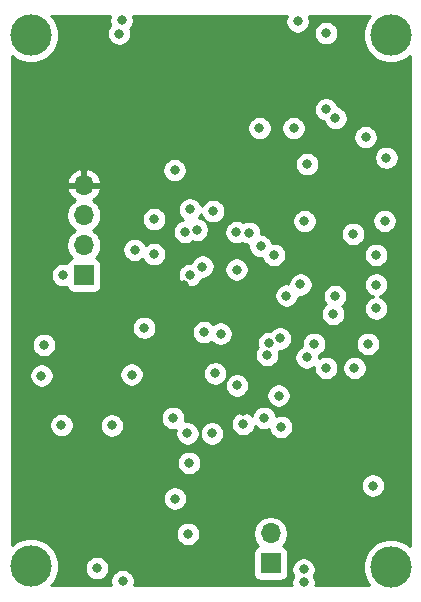
<source format=gbr>
%TF.GenerationSoftware,KiCad,Pcbnew,(5.1.9)-1*%
%TF.CreationDate,2021-04-28T15:16:42-04:00*%
%TF.ProjectId,final_design_v3,66696e61-6c5f-4646-9573-69676e5f7633,rev?*%
%TF.SameCoordinates,Original*%
%TF.FileFunction,Copper,L3,Inr*%
%TF.FilePolarity,Positive*%
%FSLAX46Y46*%
G04 Gerber Fmt 4.6, Leading zero omitted, Abs format (unit mm)*
G04 Created by KiCad (PCBNEW (5.1.9)-1) date 2021-04-28 15:16:42*
%MOMM*%
%LPD*%
G01*
G04 APERTURE LIST*
%TA.AperFunction,ComponentPad*%
%ADD10C,3.500000*%
%TD*%
%TA.AperFunction,ComponentPad*%
%ADD11R,1.700000X1.700000*%
%TD*%
%TA.AperFunction,ComponentPad*%
%ADD12O,1.700000X1.700000*%
%TD*%
%TA.AperFunction,ViaPad*%
%ADD13C,0.800000*%
%TD*%
%TA.AperFunction,Conductor*%
%ADD14C,0.254000*%
%TD*%
%TA.AperFunction,Conductor*%
%ADD15C,0.100000*%
%TD*%
G04 APERTURE END LIST*
D10*
%TO.N,GND*%
%TO.C,H1*%
X123698000Y-76962000D03*
%TD*%
%TO.N,GND*%
%TO.C,H2*%
X154178000Y-122000000D03*
%TD*%
%TO.N,GND*%
%TO.C,H3*%
X154178000Y-76962000D03*
%TD*%
%TO.N,GND*%
%TO.C,H4*%
X123698000Y-121920000D03*
%TD*%
D11*
%TO.N,GND*%
%TO.C,J2*%
X128200000Y-97300000D03*
D12*
%TO.N,UART1_RX*%
X128200000Y-94760000D03*
%TO.N,UART1_TX*%
X128200000Y-92220000D03*
%TO.N,+3V3*%
X128200000Y-89680000D03*
%TD*%
D11*
%TO.N,+BATT*%
%TO.C,J3*%
X144000000Y-121700000D03*
D12*
%TO.N,GND*%
X144000000Y-119160000D03*
%TD*%
D13*
%TO.N,GND*%
X131400000Y-75700000D03*
X146300000Y-75800000D03*
X146800000Y-123300000D03*
X137000000Y-119200000D03*
X146528356Y-98076503D03*
X152950000Y-98100000D03*
X152950000Y-100100000D03*
X148700000Y-105150000D03*
X151100000Y-105150000D03*
X144800000Y-102650000D03*
X153650000Y-92700000D03*
X153800000Y-87350000D03*
X147100000Y-87900000D03*
X135875000Y-88400000D03*
X139775000Y-102250000D03*
X137168302Y-97294801D03*
X133295343Y-101743481D03*
X141160500Y-106616500D03*
X136969500Y-110680500D03*
X141681200Y-109880400D03*
X134152783Y-92556120D03*
X126441200Y-97282000D03*
X137109200Y-113182400D03*
X130571200Y-110012569D03*
X144881600Y-110134400D03*
X131470400Y-123190000D03*
X146862800Y-92710000D03*
X124800000Y-103200000D03*
X124600000Y-105800000D03*
%TO.N,+3V3*%
X141800000Y-120500000D03*
X149500000Y-93800000D03*
X153800000Y-91050000D03*
X134575000Y-88400000D03*
X136625000Y-102025000D03*
X141862980Y-102212855D03*
X136650000Y-98150000D03*
X135890000Y-108077000D03*
X137414000Y-106616500D03*
X141681200Y-108813600D03*
X126492000Y-89662000D03*
X129133600Y-111201200D03*
X150368000Y-110185200D03*
X136398000Y-82346800D03*
X124600000Y-100600000D03*
%TO.N,+3.3VA*%
X138379200Y-102108000D03*
X143713200Y-104038400D03*
%TO.N,OSC8_IN*%
X149300000Y-100574990D03*
%TO.N,OSC32_IN*%
X147700000Y-103100000D03*
%TO.N,OSC32_OUT*%
X152250000Y-103100000D03*
%TO.N,OSC8_OUT*%
X149458035Y-99069222D03*
%TO.N,VCC*%
X135895000Y-116205000D03*
%TO.N,Net-(C27-Pad2)*%
X152050000Y-85600000D03*
%TO.N,Net-(C28-Pad1)*%
X151000000Y-93800000D03*
%TO.N,Net-(D1-Pad1)*%
X126288800Y-109982000D03*
%TO.N,Net-(D2-Pad1)*%
X147050000Y-104250000D03*
%TO.N,Net-(D3-Pad1)*%
X132486400Y-95148400D03*
%TO.N,LED2*%
X138226800Y-96570800D03*
X134121483Y-95505687D03*
%TO.N,NRST*%
X145338800Y-99025000D03*
X132232400Y-105714800D03*
%TO.N,M1_PWM*%
X131191000Y-76835000D03*
X145948400Y-84836000D03*
X143052800Y-84836000D03*
%TO.N,M3_PWM*%
X129300000Y-122100000D03*
X144272000Y-95568600D03*
X152950001Y-95568600D03*
X152654000Y-115112800D03*
%TO.N,M2_PWM*%
X148700000Y-76800000D03*
%TO.N,M4_PWM*%
X146800000Y-122200000D03*
X143154400Y-94843600D03*
%TO.N,I2C1_SCL*%
X135737600Y-109372400D03*
%TO.N,I2C1_SDA*%
X139319000Y-105600500D03*
X139039600Y-110680501D03*
%TO.N,I2C2_SCL*%
X137750000Y-93450000D03*
X149500000Y-84000000D03*
%TO.N,I2C2_SDA*%
X136765727Y-93626664D03*
X148700000Y-83250000D03*
%TO.N,ADC_BATT*%
X141122400Y-96824800D03*
X143884909Y-103053251D03*
X144678400Y-107492800D03*
X143459200Y-109372400D03*
%TO.N,SPI1_CE*%
X142200000Y-93700000D03*
X137175000Y-91725000D03*
%TO.N,SPI1_SCK*%
X141112561Y-93646431D03*
X139135000Y-91875000D03*
%TD*%
D14*
%TO.N,+3V3*%
X130404774Y-75398102D02*
X130365000Y-75598061D01*
X130365000Y-75801939D01*
X130404774Y-76001898D01*
X130450353Y-76111936D01*
X130387063Y-76175226D01*
X130273795Y-76344744D01*
X130195774Y-76533102D01*
X130156000Y-76733061D01*
X130156000Y-76936939D01*
X130195774Y-77136898D01*
X130273795Y-77325256D01*
X130387063Y-77494774D01*
X130531226Y-77638937D01*
X130700744Y-77752205D01*
X130889102Y-77830226D01*
X131089061Y-77870000D01*
X131292939Y-77870000D01*
X131492898Y-77830226D01*
X131681256Y-77752205D01*
X131850774Y-77638937D01*
X131994937Y-77494774D01*
X132108205Y-77325256D01*
X132186226Y-77136898D01*
X132226000Y-76936939D01*
X132226000Y-76733061D01*
X132186226Y-76533102D01*
X132140647Y-76423064D01*
X132203937Y-76359774D01*
X132317205Y-76190256D01*
X132395226Y-76001898D01*
X132435000Y-75801939D01*
X132435000Y-75598061D01*
X132395226Y-75398102D01*
X132369502Y-75336000D01*
X145371919Y-75336000D01*
X145304774Y-75498102D01*
X145265000Y-75698061D01*
X145265000Y-75901939D01*
X145304774Y-76101898D01*
X145382795Y-76290256D01*
X145496063Y-76459774D01*
X145640226Y-76603937D01*
X145809744Y-76717205D01*
X145998102Y-76795226D01*
X146198061Y-76835000D01*
X146401939Y-76835000D01*
X146601898Y-76795226D01*
X146790256Y-76717205D01*
X146818907Y-76698061D01*
X147665000Y-76698061D01*
X147665000Y-76901939D01*
X147704774Y-77101898D01*
X147782795Y-77290256D01*
X147896063Y-77459774D01*
X148040226Y-77603937D01*
X148209744Y-77717205D01*
X148398102Y-77795226D01*
X148598061Y-77835000D01*
X148801939Y-77835000D01*
X149001898Y-77795226D01*
X149190256Y-77717205D01*
X149359774Y-77603937D01*
X149503937Y-77459774D01*
X149617205Y-77290256D01*
X149695226Y-77101898D01*
X149735000Y-76901939D01*
X149735000Y-76698061D01*
X149695226Y-76498102D01*
X149617205Y-76309744D01*
X149503937Y-76140226D01*
X149359774Y-75996063D01*
X149190256Y-75882795D01*
X149001898Y-75804774D01*
X148801939Y-75765000D01*
X148598061Y-75765000D01*
X148398102Y-75804774D01*
X148209744Y-75882795D01*
X148040226Y-75996063D01*
X147896063Y-76140226D01*
X147782795Y-76309744D01*
X147704774Y-76498102D01*
X147665000Y-76698061D01*
X146818907Y-76698061D01*
X146959774Y-76603937D01*
X147103937Y-76459774D01*
X147217205Y-76290256D01*
X147295226Y-76101898D01*
X147335000Y-75901939D01*
X147335000Y-75698061D01*
X147295226Y-75498102D01*
X147228081Y-75336000D01*
X152431101Y-75336000D01*
X152325450Y-75441651D01*
X152064440Y-75832279D01*
X151884654Y-76266321D01*
X151793000Y-76727098D01*
X151793000Y-77196902D01*
X151884654Y-77657679D01*
X152064440Y-78091721D01*
X152325450Y-78482349D01*
X152657651Y-78814550D01*
X153048279Y-79075560D01*
X153482321Y-79255346D01*
X153943098Y-79347000D01*
X154412902Y-79347000D01*
X154873679Y-79255346D01*
X155307721Y-79075560D01*
X155698349Y-78814550D01*
X155804001Y-78708898D01*
X155804000Y-120253101D01*
X155698349Y-120147450D01*
X155307721Y-119886440D01*
X154873679Y-119706654D01*
X154412902Y-119615000D01*
X153943098Y-119615000D01*
X153482321Y-119706654D01*
X153048279Y-119886440D01*
X152657651Y-120147450D01*
X152325450Y-120479651D01*
X152064440Y-120870279D01*
X151884654Y-121304321D01*
X151793000Y-121765098D01*
X151793000Y-122234902D01*
X151884654Y-122695679D01*
X152064440Y-123129721D01*
X152325450Y-123520349D01*
X152351101Y-123546000D01*
X147806345Y-123546000D01*
X147835000Y-123401939D01*
X147835000Y-123198061D01*
X147795226Y-122998102D01*
X147717205Y-122809744D01*
X147677285Y-122750000D01*
X147717205Y-122690256D01*
X147795226Y-122501898D01*
X147835000Y-122301939D01*
X147835000Y-122098061D01*
X147795226Y-121898102D01*
X147717205Y-121709744D01*
X147603937Y-121540226D01*
X147459774Y-121396063D01*
X147290256Y-121282795D01*
X147101898Y-121204774D01*
X146901939Y-121165000D01*
X146698061Y-121165000D01*
X146498102Y-121204774D01*
X146309744Y-121282795D01*
X146140226Y-121396063D01*
X145996063Y-121540226D01*
X145882795Y-121709744D01*
X145804774Y-121898102D01*
X145765000Y-122098061D01*
X145765000Y-122301939D01*
X145804774Y-122501898D01*
X145882795Y-122690256D01*
X145922715Y-122750000D01*
X145882795Y-122809744D01*
X145804774Y-122998102D01*
X145765000Y-123198061D01*
X145765000Y-123401939D01*
X145793655Y-123546000D01*
X132443216Y-123546000D01*
X132465626Y-123491898D01*
X132505400Y-123291939D01*
X132505400Y-123088061D01*
X132465626Y-122888102D01*
X132387605Y-122699744D01*
X132274337Y-122530226D01*
X132130174Y-122386063D01*
X131960656Y-122272795D01*
X131772298Y-122194774D01*
X131572339Y-122155000D01*
X131368461Y-122155000D01*
X131168502Y-122194774D01*
X130980144Y-122272795D01*
X130810626Y-122386063D01*
X130666463Y-122530226D01*
X130553195Y-122699744D01*
X130475174Y-122888102D01*
X130435400Y-123088061D01*
X130435400Y-123291939D01*
X130475174Y-123491898D01*
X130497584Y-123546000D01*
X125444899Y-123546000D01*
X125550550Y-123440349D01*
X125811560Y-123049721D01*
X125991346Y-122615679D01*
X126083000Y-122154902D01*
X126083000Y-121998061D01*
X128265000Y-121998061D01*
X128265000Y-122201939D01*
X128304774Y-122401898D01*
X128382795Y-122590256D01*
X128496063Y-122759774D01*
X128640226Y-122903937D01*
X128809744Y-123017205D01*
X128998102Y-123095226D01*
X129198061Y-123135000D01*
X129401939Y-123135000D01*
X129601898Y-123095226D01*
X129790256Y-123017205D01*
X129959774Y-122903937D01*
X130103937Y-122759774D01*
X130217205Y-122590256D01*
X130295226Y-122401898D01*
X130335000Y-122201939D01*
X130335000Y-121998061D01*
X130295226Y-121798102D01*
X130217205Y-121609744D01*
X130103937Y-121440226D01*
X129959774Y-121296063D01*
X129790256Y-121182795D01*
X129601898Y-121104774D01*
X129401939Y-121065000D01*
X129198061Y-121065000D01*
X128998102Y-121104774D01*
X128809744Y-121182795D01*
X128640226Y-121296063D01*
X128496063Y-121440226D01*
X128382795Y-121609744D01*
X128304774Y-121798102D01*
X128265000Y-121998061D01*
X126083000Y-121998061D01*
X126083000Y-121685098D01*
X125991346Y-121224321D01*
X125836298Y-120850000D01*
X142511928Y-120850000D01*
X142511928Y-122550000D01*
X142524188Y-122674482D01*
X142560498Y-122794180D01*
X142619463Y-122904494D01*
X142698815Y-123001185D01*
X142795506Y-123080537D01*
X142905820Y-123139502D01*
X143025518Y-123175812D01*
X143150000Y-123188072D01*
X144850000Y-123188072D01*
X144974482Y-123175812D01*
X145094180Y-123139502D01*
X145204494Y-123080537D01*
X145301185Y-123001185D01*
X145380537Y-122904494D01*
X145439502Y-122794180D01*
X145475812Y-122674482D01*
X145488072Y-122550000D01*
X145488072Y-120850000D01*
X145475812Y-120725518D01*
X145439502Y-120605820D01*
X145380537Y-120495506D01*
X145301185Y-120398815D01*
X145204494Y-120319463D01*
X145094180Y-120260498D01*
X145021620Y-120238487D01*
X145153475Y-120106632D01*
X145315990Y-119863411D01*
X145427932Y-119593158D01*
X145485000Y-119306260D01*
X145485000Y-119013740D01*
X145427932Y-118726842D01*
X145315990Y-118456589D01*
X145153475Y-118213368D01*
X144946632Y-118006525D01*
X144703411Y-117844010D01*
X144433158Y-117732068D01*
X144146260Y-117675000D01*
X143853740Y-117675000D01*
X143566842Y-117732068D01*
X143296589Y-117844010D01*
X143053368Y-118006525D01*
X142846525Y-118213368D01*
X142684010Y-118456589D01*
X142572068Y-118726842D01*
X142515000Y-119013740D01*
X142515000Y-119306260D01*
X142572068Y-119593158D01*
X142684010Y-119863411D01*
X142846525Y-120106632D01*
X142978380Y-120238487D01*
X142905820Y-120260498D01*
X142795506Y-120319463D01*
X142698815Y-120398815D01*
X142619463Y-120495506D01*
X142560498Y-120605820D01*
X142524188Y-120725518D01*
X142511928Y-120850000D01*
X125836298Y-120850000D01*
X125811560Y-120790279D01*
X125550550Y-120399651D01*
X125218349Y-120067450D01*
X124827721Y-119806440D01*
X124393679Y-119626654D01*
X123932902Y-119535000D01*
X123463098Y-119535000D01*
X123002321Y-119626654D01*
X122568279Y-119806440D01*
X122177651Y-120067450D01*
X122072000Y-120173101D01*
X122072000Y-119098061D01*
X135965000Y-119098061D01*
X135965000Y-119301939D01*
X136004774Y-119501898D01*
X136082795Y-119690256D01*
X136196063Y-119859774D01*
X136340226Y-120003937D01*
X136509744Y-120117205D01*
X136698102Y-120195226D01*
X136898061Y-120235000D01*
X137101939Y-120235000D01*
X137301898Y-120195226D01*
X137490256Y-120117205D01*
X137659774Y-120003937D01*
X137803937Y-119859774D01*
X137917205Y-119690256D01*
X137995226Y-119501898D01*
X138035000Y-119301939D01*
X138035000Y-119098061D01*
X137995226Y-118898102D01*
X137917205Y-118709744D01*
X137803937Y-118540226D01*
X137659774Y-118396063D01*
X137490256Y-118282795D01*
X137301898Y-118204774D01*
X137101939Y-118165000D01*
X136898061Y-118165000D01*
X136698102Y-118204774D01*
X136509744Y-118282795D01*
X136340226Y-118396063D01*
X136196063Y-118540226D01*
X136082795Y-118709744D01*
X136004774Y-118898102D01*
X135965000Y-119098061D01*
X122072000Y-119098061D01*
X122072000Y-116103061D01*
X134860000Y-116103061D01*
X134860000Y-116306939D01*
X134899774Y-116506898D01*
X134977795Y-116695256D01*
X135091063Y-116864774D01*
X135235226Y-117008937D01*
X135404744Y-117122205D01*
X135593102Y-117200226D01*
X135793061Y-117240000D01*
X135996939Y-117240000D01*
X136196898Y-117200226D01*
X136385256Y-117122205D01*
X136554774Y-117008937D01*
X136698937Y-116864774D01*
X136812205Y-116695256D01*
X136890226Y-116506898D01*
X136930000Y-116306939D01*
X136930000Y-116103061D01*
X136890226Y-115903102D01*
X136812205Y-115714744D01*
X136698937Y-115545226D01*
X136554774Y-115401063D01*
X136385256Y-115287795D01*
X136196898Y-115209774D01*
X135996939Y-115170000D01*
X135793061Y-115170000D01*
X135593102Y-115209774D01*
X135404744Y-115287795D01*
X135235226Y-115401063D01*
X135091063Y-115545226D01*
X134977795Y-115714744D01*
X134899774Y-115903102D01*
X134860000Y-116103061D01*
X122072000Y-116103061D01*
X122072000Y-115010861D01*
X151619000Y-115010861D01*
X151619000Y-115214739D01*
X151658774Y-115414698D01*
X151736795Y-115603056D01*
X151850063Y-115772574D01*
X151994226Y-115916737D01*
X152163744Y-116030005D01*
X152352102Y-116108026D01*
X152552061Y-116147800D01*
X152755939Y-116147800D01*
X152955898Y-116108026D01*
X153144256Y-116030005D01*
X153313774Y-115916737D01*
X153457937Y-115772574D01*
X153571205Y-115603056D01*
X153649226Y-115414698D01*
X153689000Y-115214739D01*
X153689000Y-115010861D01*
X153649226Y-114810902D01*
X153571205Y-114622544D01*
X153457937Y-114453026D01*
X153313774Y-114308863D01*
X153144256Y-114195595D01*
X152955898Y-114117574D01*
X152755939Y-114077800D01*
X152552061Y-114077800D01*
X152352102Y-114117574D01*
X152163744Y-114195595D01*
X151994226Y-114308863D01*
X151850063Y-114453026D01*
X151736795Y-114622544D01*
X151658774Y-114810902D01*
X151619000Y-115010861D01*
X122072000Y-115010861D01*
X122072000Y-113080461D01*
X136074200Y-113080461D01*
X136074200Y-113284339D01*
X136113974Y-113484298D01*
X136191995Y-113672656D01*
X136305263Y-113842174D01*
X136449426Y-113986337D01*
X136618944Y-114099605D01*
X136807302Y-114177626D01*
X137007261Y-114217400D01*
X137211139Y-114217400D01*
X137411098Y-114177626D01*
X137599456Y-114099605D01*
X137768974Y-113986337D01*
X137913137Y-113842174D01*
X138026405Y-113672656D01*
X138104426Y-113484298D01*
X138144200Y-113284339D01*
X138144200Y-113080461D01*
X138104426Y-112880502D01*
X138026405Y-112692144D01*
X137913137Y-112522626D01*
X137768974Y-112378463D01*
X137599456Y-112265195D01*
X137411098Y-112187174D01*
X137211139Y-112147400D01*
X137007261Y-112147400D01*
X136807302Y-112187174D01*
X136618944Y-112265195D01*
X136449426Y-112378463D01*
X136305263Y-112522626D01*
X136191995Y-112692144D01*
X136113974Y-112880502D01*
X136074200Y-113080461D01*
X122072000Y-113080461D01*
X122072000Y-109880061D01*
X125253800Y-109880061D01*
X125253800Y-110083939D01*
X125293574Y-110283898D01*
X125371595Y-110472256D01*
X125484863Y-110641774D01*
X125629026Y-110785937D01*
X125798544Y-110899205D01*
X125986902Y-110977226D01*
X126186861Y-111017000D01*
X126390739Y-111017000D01*
X126590698Y-110977226D01*
X126779056Y-110899205D01*
X126948574Y-110785937D01*
X127092737Y-110641774D01*
X127206005Y-110472256D01*
X127284026Y-110283898D01*
X127323800Y-110083939D01*
X127323800Y-109910630D01*
X129536200Y-109910630D01*
X129536200Y-110114508D01*
X129575974Y-110314467D01*
X129653995Y-110502825D01*
X129767263Y-110672343D01*
X129911426Y-110816506D01*
X130080944Y-110929774D01*
X130269302Y-111007795D01*
X130469261Y-111047569D01*
X130673139Y-111047569D01*
X130873098Y-111007795D01*
X131061456Y-110929774D01*
X131230974Y-110816506D01*
X131375137Y-110672343D01*
X131488405Y-110502825D01*
X131566426Y-110314467D01*
X131606200Y-110114508D01*
X131606200Y-109910630D01*
X131566426Y-109710671D01*
X131488405Y-109522313D01*
X131375137Y-109352795D01*
X131292803Y-109270461D01*
X134702600Y-109270461D01*
X134702600Y-109474339D01*
X134742374Y-109674298D01*
X134820395Y-109862656D01*
X134933663Y-110032174D01*
X135077826Y-110176337D01*
X135247344Y-110289605D01*
X135435702Y-110367626D01*
X135635661Y-110407400D01*
X135839539Y-110407400D01*
X135973860Y-110380682D01*
X135934500Y-110578561D01*
X135934500Y-110782439D01*
X135974274Y-110982398D01*
X136052295Y-111170756D01*
X136165563Y-111340274D01*
X136309726Y-111484437D01*
X136479244Y-111597705D01*
X136667602Y-111675726D01*
X136867561Y-111715500D01*
X137071439Y-111715500D01*
X137271398Y-111675726D01*
X137459756Y-111597705D01*
X137629274Y-111484437D01*
X137773437Y-111340274D01*
X137886705Y-111170756D01*
X137964726Y-110982398D01*
X138004500Y-110782439D01*
X138004500Y-110578562D01*
X138004600Y-110578562D01*
X138004600Y-110782440D01*
X138044374Y-110982399D01*
X138122395Y-111170757D01*
X138235663Y-111340275D01*
X138379826Y-111484438D01*
X138549344Y-111597706D01*
X138737702Y-111675727D01*
X138937661Y-111715501D01*
X139141539Y-111715501D01*
X139341498Y-111675727D01*
X139529856Y-111597706D01*
X139699374Y-111484438D01*
X139843537Y-111340275D01*
X139956805Y-111170757D01*
X140034826Y-110982399D01*
X140074600Y-110782440D01*
X140074600Y-110578562D01*
X140034826Y-110378603D01*
X139956805Y-110190245D01*
X139843537Y-110020727D01*
X139699374Y-109876564D01*
X139552553Y-109778461D01*
X140646200Y-109778461D01*
X140646200Y-109982339D01*
X140685974Y-110182298D01*
X140763995Y-110370656D01*
X140877263Y-110540174D01*
X141021426Y-110684337D01*
X141190944Y-110797605D01*
X141379302Y-110875626D01*
X141579261Y-110915400D01*
X141783139Y-110915400D01*
X141983098Y-110875626D01*
X142171456Y-110797605D01*
X142340974Y-110684337D01*
X142485137Y-110540174D01*
X142598405Y-110370656D01*
X142676426Y-110182298D01*
X142697822Y-110074733D01*
X142799426Y-110176337D01*
X142968944Y-110289605D01*
X143157302Y-110367626D01*
X143357261Y-110407400D01*
X143561139Y-110407400D01*
X143761098Y-110367626D01*
X143864218Y-110324912D01*
X143886374Y-110436298D01*
X143964395Y-110624656D01*
X144077663Y-110794174D01*
X144221826Y-110938337D01*
X144391344Y-111051605D01*
X144579702Y-111129626D01*
X144779661Y-111169400D01*
X144983539Y-111169400D01*
X145183498Y-111129626D01*
X145371856Y-111051605D01*
X145541374Y-110938337D01*
X145685537Y-110794174D01*
X145798805Y-110624656D01*
X145876826Y-110436298D01*
X145916600Y-110236339D01*
X145916600Y-110032461D01*
X145876826Y-109832502D01*
X145798805Y-109644144D01*
X145685537Y-109474626D01*
X145541374Y-109330463D01*
X145371856Y-109217195D01*
X145183498Y-109139174D01*
X144983539Y-109099400D01*
X144779661Y-109099400D01*
X144579702Y-109139174D01*
X144476582Y-109181888D01*
X144454426Y-109070502D01*
X144376405Y-108882144D01*
X144263137Y-108712626D01*
X144118974Y-108568463D01*
X143949456Y-108455195D01*
X143761098Y-108377174D01*
X143561139Y-108337400D01*
X143357261Y-108337400D01*
X143157302Y-108377174D01*
X142968944Y-108455195D01*
X142799426Y-108568463D01*
X142655263Y-108712626D01*
X142541995Y-108882144D01*
X142463974Y-109070502D01*
X142442578Y-109178067D01*
X142340974Y-109076463D01*
X142171456Y-108963195D01*
X141983098Y-108885174D01*
X141783139Y-108845400D01*
X141579261Y-108845400D01*
X141379302Y-108885174D01*
X141190944Y-108963195D01*
X141021426Y-109076463D01*
X140877263Y-109220626D01*
X140763995Y-109390144D01*
X140685974Y-109578502D01*
X140646200Y-109778461D01*
X139552553Y-109778461D01*
X139529856Y-109763296D01*
X139341498Y-109685275D01*
X139141539Y-109645501D01*
X138937661Y-109645501D01*
X138737702Y-109685275D01*
X138549344Y-109763296D01*
X138379826Y-109876564D01*
X138235663Y-110020727D01*
X138122395Y-110190245D01*
X138044374Y-110378603D01*
X138004600Y-110578562D01*
X138004500Y-110578562D01*
X138004500Y-110578561D01*
X137964726Y-110378602D01*
X137886705Y-110190244D01*
X137773437Y-110020726D01*
X137629274Y-109876563D01*
X137459756Y-109763295D01*
X137271398Y-109685274D01*
X137071439Y-109645500D01*
X136867561Y-109645500D01*
X136733240Y-109672218D01*
X136772600Y-109474339D01*
X136772600Y-109270461D01*
X136732826Y-109070502D01*
X136654805Y-108882144D01*
X136541537Y-108712626D01*
X136397374Y-108568463D01*
X136227856Y-108455195D01*
X136039498Y-108377174D01*
X135839539Y-108337400D01*
X135635661Y-108337400D01*
X135435702Y-108377174D01*
X135247344Y-108455195D01*
X135077826Y-108568463D01*
X134933663Y-108712626D01*
X134820395Y-108882144D01*
X134742374Y-109070502D01*
X134702600Y-109270461D01*
X131292803Y-109270461D01*
X131230974Y-109208632D01*
X131061456Y-109095364D01*
X130873098Y-109017343D01*
X130673139Y-108977569D01*
X130469261Y-108977569D01*
X130269302Y-109017343D01*
X130080944Y-109095364D01*
X129911426Y-109208632D01*
X129767263Y-109352795D01*
X129653995Y-109522313D01*
X129575974Y-109710671D01*
X129536200Y-109910630D01*
X127323800Y-109910630D01*
X127323800Y-109880061D01*
X127284026Y-109680102D01*
X127206005Y-109491744D01*
X127092737Y-109322226D01*
X126948574Y-109178063D01*
X126779056Y-109064795D01*
X126590698Y-108986774D01*
X126390739Y-108947000D01*
X126186861Y-108947000D01*
X125986902Y-108986774D01*
X125798544Y-109064795D01*
X125629026Y-109178063D01*
X125484863Y-109322226D01*
X125371595Y-109491744D01*
X125293574Y-109680102D01*
X125253800Y-109880061D01*
X122072000Y-109880061D01*
X122072000Y-105698061D01*
X123565000Y-105698061D01*
X123565000Y-105901939D01*
X123604774Y-106101898D01*
X123682795Y-106290256D01*
X123796063Y-106459774D01*
X123940226Y-106603937D01*
X124109744Y-106717205D01*
X124298102Y-106795226D01*
X124498061Y-106835000D01*
X124701939Y-106835000D01*
X124901898Y-106795226D01*
X125090256Y-106717205D01*
X125259774Y-106603937D01*
X125403937Y-106459774D01*
X125517205Y-106290256D01*
X125595226Y-106101898D01*
X125635000Y-105901939D01*
X125635000Y-105698061D01*
X125618053Y-105612861D01*
X131197400Y-105612861D01*
X131197400Y-105816739D01*
X131237174Y-106016698D01*
X131315195Y-106205056D01*
X131428463Y-106374574D01*
X131572626Y-106518737D01*
X131742144Y-106632005D01*
X131930502Y-106710026D01*
X132130461Y-106749800D01*
X132334339Y-106749800D01*
X132534298Y-106710026D01*
X132722656Y-106632005D01*
X132892174Y-106518737D01*
X133036337Y-106374574D01*
X133149605Y-106205056D01*
X133227626Y-106016698D01*
X133267400Y-105816739D01*
X133267400Y-105612861D01*
X133244665Y-105498561D01*
X138284000Y-105498561D01*
X138284000Y-105702439D01*
X138323774Y-105902398D01*
X138401795Y-106090756D01*
X138515063Y-106260274D01*
X138659226Y-106404437D01*
X138828744Y-106517705D01*
X139017102Y-106595726D01*
X139217061Y-106635500D01*
X139420939Y-106635500D01*
X139620898Y-106595726D01*
X139809256Y-106517705D01*
X139813961Y-106514561D01*
X140125500Y-106514561D01*
X140125500Y-106718439D01*
X140165274Y-106918398D01*
X140243295Y-107106756D01*
X140356563Y-107276274D01*
X140500726Y-107420437D01*
X140670244Y-107533705D01*
X140858602Y-107611726D01*
X141058561Y-107651500D01*
X141262439Y-107651500D01*
X141462398Y-107611726D01*
X141650756Y-107533705D01*
X141820274Y-107420437D01*
X141849850Y-107390861D01*
X143643400Y-107390861D01*
X143643400Y-107594739D01*
X143683174Y-107794698D01*
X143761195Y-107983056D01*
X143874463Y-108152574D01*
X144018626Y-108296737D01*
X144188144Y-108410005D01*
X144376502Y-108488026D01*
X144576461Y-108527800D01*
X144780339Y-108527800D01*
X144980298Y-108488026D01*
X145168656Y-108410005D01*
X145338174Y-108296737D01*
X145482337Y-108152574D01*
X145595605Y-107983056D01*
X145673626Y-107794698D01*
X145713400Y-107594739D01*
X145713400Y-107390861D01*
X145673626Y-107190902D01*
X145595605Y-107002544D01*
X145482337Y-106833026D01*
X145338174Y-106688863D01*
X145168656Y-106575595D01*
X144980298Y-106497574D01*
X144780339Y-106457800D01*
X144576461Y-106457800D01*
X144376502Y-106497574D01*
X144188144Y-106575595D01*
X144018626Y-106688863D01*
X143874463Y-106833026D01*
X143761195Y-107002544D01*
X143683174Y-107190902D01*
X143643400Y-107390861D01*
X141849850Y-107390861D01*
X141964437Y-107276274D01*
X142077705Y-107106756D01*
X142155726Y-106918398D01*
X142195500Y-106718439D01*
X142195500Y-106514561D01*
X142155726Y-106314602D01*
X142077705Y-106126244D01*
X141964437Y-105956726D01*
X141820274Y-105812563D01*
X141650756Y-105699295D01*
X141462398Y-105621274D01*
X141262439Y-105581500D01*
X141058561Y-105581500D01*
X140858602Y-105621274D01*
X140670244Y-105699295D01*
X140500726Y-105812563D01*
X140356563Y-105956726D01*
X140243295Y-106126244D01*
X140165274Y-106314602D01*
X140125500Y-106514561D01*
X139813961Y-106514561D01*
X139978774Y-106404437D01*
X140122937Y-106260274D01*
X140236205Y-106090756D01*
X140314226Y-105902398D01*
X140354000Y-105702439D01*
X140354000Y-105498561D01*
X140314226Y-105298602D01*
X140236205Y-105110244D01*
X140122937Y-104940726D01*
X139978774Y-104796563D01*
X139809256Y-104683295D01*
X139620898Y-104605274D01*
X139420939Y-104565500D01*
X139217061Y-104565500D01*
X139017102Y-104605274D01*
X138828744Y-104683295D01*
X138659226Y-104796563D01*
X138515063Y-104940726D01*
X138401795Y-105110244D01*
X138323774Y-105298602D01*
X138284000Y-105498561D01*
X133244665Y-105498561D01*
X133227626Y-105412902D01*
X133149605Y-105224544D01*
X133036337Y-105055026D01*
X132892174Y-104910863D01*
X132722656Y-104797595D01*
X132534298Y-104719574D01*
X132334339Y-104679800D01*
X132130461Y-104679800D01*
X131930502Y-104719574D01*
X131742144Y-104797595D01*
X131572626Y-104910863D01*
X131428463Y-105055026D01*
X131315195Y-105224544D01*
X131237174Y-105412902D01*
X131197400Y-105612861D01*
X125618053Y-105612861D01*
X125595226Y-105498102D01*
X125517205Y-105309744D01*
X125403937Y-105140226D01*
X125259774Y-104996063D01*
X125090256Y-104882795D01*
X124901898Y-104804774D01*
X124701939Y-104765000D01*
X124498061Y-104765000D01*
X124298102Y-104804774D01*
X124109744Y-104882795D01*
X123940226Y-104996063D01*
X123796063Y-105140226D01*
X123682795Y-105309744D01*
X123604774Y-105498102D01*
X123565000Y-105698061D01*
X122072000Y-105698061D01*
X122072000Y-103098061D01*
X123765000Y-103098061D01*
X123765000Y-103301939D01*
X123804774Y-103501898D01*
X123882795Y-103690256D01*
X123996063Y-103859774D01*
X124140226Y-104003937D01*
X124309744Y-104117205D01*
X124498102Y-104195226D01*
X124698061Y-104235000D01*
X124901939Y-104235000D01*
X125101898Y-104195226D01*
X125290256Y-104117205D01*
X125459774Y-104003937D01*
X125527250Y-103936461D01*
X142678200Y-103936461D01*
X142678200Y-104140339D01*
X142717974Y-104340298D01*
X142795995Y-104528656D01*
X142909263Y-104698174D01*
X143053426Y-104842337D01*
X143222944Y-104955605D01*
X143411302Y-105033626D01*
X143611261Y-105073400D01*
X143815139Y-105073400D01*
X144015098Y-105033626D01*
X144203456Y-104955605D01*
X144372974Y-104842337D01*
X144517137Y-104698174D01*
X144630405Y-104528656D01*
X144708426Y-104340298D01*
X144746664Y-104148061D01*
X146015000Y-104148061D01*
X146015000Y-104351939D01*
X146054774Y-104551898D01*
X146132795Y-104740256D01*
X146246063Y-104909774D01*
X146390226Y-105053937D01*
X146559744Y-105167205D01*
X146748102Y-105245226D01*
X146948061Y-105285000D01*
X147151939Y-105285000D01*
X147351898Y-105245226D01*
X147540256Y-105167205D01*
X147665000Y-105083854D01*
X147665000Y-105251939D01*
X147704774Y-105451898D01*
X147782795Y-105640256D01*
X147896063Y-105809774D01*
X148040226Y-105953937D01*
X148209744Y-106067205D01*
X148398102Y-106145226D01*
X148598061Y-106185000D01*
X148801939Y-106185000D01*
X149001898Y-106145226D01*
X149190256Y-106067205D01*
X149359774Y-105953937D01*
X149503937Y-105809774D01*
X149617205Y-105640256D01*
X149695226Y-105451898D01*
X149735000Y-105251939D01*
X149735000Y-105048061D01*
X150065000Y-105048061D01*
X150065000Y-105251939D01*
X150104774Y-105451898D01*
X150182795Y-105640256D01*
X150296063Y-105809774D01*
X150440226Y-105953937D01*
X150609744Y-106067205D01*
X150798102Y-106145226D01*
X150998061Y-106185000D01*
X151201939Y-106185000D01*
X151401898Y-106145226D01*
X151590256Y-106067205D01*
X151759774Y-105953937D01*
X151903937Y-105809774D01*
X152017205Y-105640256D01*
X152095226Y-105451898D01*
X152135000Y-105251939D01*
X152135000Y-105048061D01*
X152095226Y-104848102D01*
X152017205Y-104659744D01*
X151903937Y-104490226D01*
X151759774Y-104346063D01*
X151590256Y-104232795D01*
X151401898Y-104154774D01*
X151201939Y-104115000D01*
X150998061Y-104115000D01*
X150798102Y-104154774D01*
X150609744Y-104232795D01*
X150440226Y-104346063D01*
X150296063Y-104490226D01*
X150182795Y-104659744D01*
X150104774Y-104848102D01*
X150065000Y-105048061D01*
X149735000Y-105048061D01*
X149695226Y-104848102D01*
X149617205Y-104659744D01*
X149503937Y-104490226D01*
X149359774Y-104346063D01*
X149190256Y-104232795D01*
X149001898Y-104154774D01*
X148801939Y-104115000D01*
X148598061Y-104115000D01*
X148398102Y-104154774D01*
X148209744Y-104232795D01*
X148085000Y-104316146D01*
X148085000Y-104148061D01*
X148068965Y-104067446D01*
X148190256Y-104017205D01*
X148359774Y-103903937D01*
X148503937Y-103759774D01*
X148617205Y-103590256D01*
X148695226Y-103401898D01*
X148735000Y-103201939D01*
X148735000Y-102998061D01*
X151215000Y-102998061D01*
X151215000Y-103201939D01*
X151254774Y-103401898D01*
X151332795Y-103590256D01*
X151446063Y-103759774D01*
X151590226Y-103903937D01*
X151759744Y-104017205D01*
X151948102Y-104095226D01*
X152148061Y-104135000D01*
X152351939Y-104135000D01*
X152551898Y-104095226D01*
X152740256Y-104017205D01*
X152909774Y-103903937D01*
X153053937Y-103759774D01*
X153167205Y-103590256D01*
X153245226Y-103401898D01*
X153285000Y-103201939D01*
X153285000Y-102998061D01*
X153245226Y-102798102D01*
X153167205Y-102609744D01*
X153053937Y-102440226D01*
X152909774Y-102296063D01*
X152740256Y-102182795D01*
X152551898Y-102104774D01*
X152351939Y-102065000D01*
X152148061Y-102065000D01*
X151948102Y-102104774D01*
X151759744Y-102182795D01*
X151590226Y-102296063D01*
X151446063Y-102440226D01*
X151332795Y-102609744D01*
X151254774Y-102798102D01*
X151215000Y-102998061D01*
X148735000Y-102998061D01*
X148695226Y-102798102D01*
X148617205Y-102609744D01*
X148503937Y-102440226D01*
X148359774Y-102296063D01*
X148190256Y-102182795D01*
X148001898Y-102104774D01*
X147801939Y-102065000D01*
X147598061Y-102065000D01*
X147398102Y-102104774D01*
X147209744Y-102182795D01*
X147040226Y-102296063D01*
X146896063Y-102440226D01*
X146782795Y-102609744D01*
X146704774Y-102798102D01*
X146665000Y-102998061D01*
X146665000Y-103201939D01*
X146681035Y-103282554D01*
X146559744Y-103332795D01*
X146390226Y-103446063D01*
X146246063Y-103590226D01*
X146132795Y-103759744D01*
X146054774Y-103948102D01*
X146015000Y-104148061D01*
X144746664Y-104148061D01*
X144748200Y-104140339D01*
X144748200Y-103936461D01*
X144708426Y-103736502D01*
X144694930Y-103703920D01*
X144707572Y-103685000D01*
X144901939Y-103685000D01*
X145101898Y-103645226D01*
X145290256Y-103567205D01*
X145459774Y-103453937D01*
X145603937Y-103309774D01*
X145717205Y-103140256D01*
X145795226Y-102951898D01*
X145835000Y-102751939D01*
X145835000Y-102548061D01*
X145795226Y-102348102D01*
X145717205Y-102159744D01*
X145603937Y-101990226D01*
X145459774Y-101846063D01*
X145290256Y-101732795D01*
X145101898Y-101654774D01*
X144901939Y-101615000D01*
X144698061Y-101615000D01*
X144498102Y-101654774D01*
X144309744Y-101732795D01*
X144140226Y-101846063D01*
X143996063Y-101990226D01*
X143977337Y-102018251D01*
X143782970Y-102018251D01*
X143583011Y-102058025D01*
X143394653Y-102136046D01*
X143225135Y-102249314D01*
X143080972Y-102393477D01*
X142967704Y-102562995D01*
X142889683Y-102751353D01*
X142849909Y-102951312D01*
X142849909Y-103155190D01*
X142889683Y-103355149D01*
X142903179Y-103387731D01*
X142795995Y-103548144D01*
X142717974Y-103736502D01*
X142678200Y-103936461D01*
X125527250Y-103936461D01*
X125603937Y-103859774D01*
X125717205Y-103690256D01*
X125795226Y-103501898D01*
X125835000Y-103301939D01*
X125835000Y-103098061D01*
X125795226Y-102898102D01*
X125717205Y-102709744D01*
X125603937Y-102540226D01*
X125459774Y-102396063D01*
X125290256Y-102282795D01*
X125101898Y-102204774D01*
X124901939Y-102165000D01*
X124698061Y-102165000D01*
X124498102Y-102204774D01*
X124309744Y-102282795D01*
X124140226Y-102396063D01*
X123996063Y-102540226D01*
X123882795Y-102709744D01*
X123804774Y-102898102D01*
X123765000Y-103098061D01*
X122072000Y-103098061D01*
X122072000Y-101641542D01*
X132260343Y-101641542D01*
X132260343Y-101845420D01*
X132300117Y-102045379D01*
X132378138Y-102233737D01*
X132491406Y-102403255D01*
X132635569Y-102547418D01*
X132805087Y-102660686D01*
X132993445Y-102738707D01*
X133193404Y-102778481D01*
X133397282Y-102778481D01*
X133597241Y-102738707D01*
X133785599Y-102660686D01*
X133955117Y-102547418D01*
X134099280Y-102403255D01*
X134212548Y-102233737D01*
X134290569Y-102045379D01*
X134298389Y-102006061D01*
X137344200Y-102006061D01*
X137344200Y-102209939D01*
X137383974Y-102409898D01*
X137461995Y-102598256D01*
X137575263Y-102767774D01*
X137719426Y-102911937D01*
X137888944Y-103025205D01*
X138077302Y-103103226D01*
X138277261Y-103143000D01*
X138481139Y-103143000D01*
X138681098Y-103103226D01*
X138869456Y-103025205D01*
X138999561Y-102938272D01*
X139115226Y-103053937D01*
X139284744Y-103167205D01*
X139473102Y-103245226D01*
X139673061Y-103285000D01*
X139876939Y-103285000D01*
X140076898Y-103245226D01*
X140265256Y-103167205D01*
X140434774Y-103053937D01*
X140578937Y-102909774D01*
X140692205Y-102740256D01*
X140770226Y-102551898D01*
X140810000Y-102351939D01*
X140810000Y-102148061D01*
X140770226Y-101948102D01*
X140692205Y-101759744D01*
X140578937Y-101590226D01*
X140434774Y-101446063D01*
X140265256Y-101332795D01*
X140076898Y-101254774D01*
X139876939Y-101215000D01*
X139673061Y-101215000D01*
X139473102Y-101254774D01*
X139284744Y-101332795D01*
X139154639Y-101419728D01*
X139038974Y-101304063D01*
X138869456Y-101190795D01*
X138681098Y-101112774D01*
X138481139Y-101073000D01*
X138277261Y-101073000D01*
X138077302Y-101112774D01*
X137888944Y-101190795D01*
X137719426Y-101304063D01*
X137575263Y-101448226D01*
X137461995Y-101617744D01*
X137383974Y-101806102D01*
X137344200Y-102006061D01*
X134298389Y-102006061D01*
X134330343Y-101845420D01*
X134330343Y-101641542D01*
X134290569Y-101441583D01*
X134212548Y-101253225D01*
X134099280Y-101083707D01*
X133955117Y-100939544D01*
X133785599Y-100826276D01*
X133597241Y-100748255D01*
X133397282Y-100708481D01*
X133193404Y-100708481D01*
X132993445Y-100748255D01*
X132805087Y-100826276D01*
X132635569Y-100939544D01*
X132491406Y-101083707D01*
X132378138Y-101253225D01*
X132300117Y-101441583D01*
X132260343Y-101641542D01*
X122072000Y-101641542D01*
X122072000Y-100473051D01*
X148265000Y-100473051D01*
X148265000Y-100676929D01*
X148304774Y-100876888D01*
X148382795Y-101065246D01*
X148496063Y-101234764D01*
X148640226Y-101378927D01*
X148809744Y-101492195D01*
X148998102Y-101570216D01*
X149198061Y-101609990D01*
X149401939Y-101609990D01*
X149601898Y-101570216D01*
X149790256Y-101492195D01*
X149959774Y-101378927D01*
X150103937Y-101234764D01*
X150217205Y-101065246D01*
X150295226Y-100876888D01*
X150335000Y-100676929D01*
X150335000Y-100473051D01*
X150295226Y-100273092D01*
X150217205Y-100084734D01*
X150103937Y-99915216D01*
X150084282Y-99895561D01*
X150117809Y-99873159D01*
X150261972Y-99728996D01*
X150375240Y-99559478D01*
X150453261Y-99371120D01*
X150493035Y-99171161D01*
X150493035Y-98967283D01*
X150453261Y-98767324D01*
X150375240Y-98578966D01*
X150261972Y-98409448D01*
X150117809Y-98265285D01*
X149948291Y-98152017D01*
X149759933Y-98073996D01*
X149559974Y-98034222D01*
X149356096Y-98034222D01*
X149156137Y-98073996D01*
X148967779Y-98152017D01*
X148798261Y-98265285D01*
X148654098Y-98409448D01*
X148540830Y-98578966D01*
X148462809Y-98767324D01*
X148423035Y-98967283D01*
X148423035Y-99171161D01*
X148462809Y-99371120D01*
X148540830Y-99559478D01*
X148654098Y-99728996D01*
X148673753Y-99748651D01*
X148640226Y-99771053D01*
X148496063Y-99915216D01*
X148382795Y-100084734D01*
X148304774Y-100273092D01*
X148265000Y-100473051D01*
X122072000Y-100473051D01*
X122072000Y-98923061D01*
X144303800Y-98923061D01*
X144303800Y-99126939D01*
X144343574Y-99326898D01*
X144421595Y-99515256D01*
X144534863Y-99684774D01*
X144679026Y-99828937D01*
X144848544Y-99942205D01*
X145036902Y-100020226D01*
X145236861Y-100060000D01*
X145440739Y-100060000D01*
X145640698Y-100020226D01*
X145829056Y-99942205D01*
X145998574Y-99828937D01*
X146142737Y-99684774D01*
X146256005Y-99515256D01*
X146334026Y-99326898D01*
X146373800Y-99126939D01*
X146373800Y-99101037D01*
X146426417Y-99111503D01*
X146630295Y-99111503D01*
X146830254Y-99071729D01*
X147018612Y-98993708D01*
X147188130Y-98880440D01*
X147332293Y-98736277D01*
X147445561Y-98566759D01*
X147523582Y-98378401D01*
X147563356Y-98178442D01*
X147563356Y-97998061D01*
X151915000Y-97998061D01*
X151915000Y-98201939D01*
X151954774Y-98401898D01*
X152032795Y-98590256D01*
X152146063Y-98759774D01*
X152290226Y-98903937D01*
X152459744Y-99017205D01*
X152648102Y-99095226D01*
X152672103Y-99100000D01*
X152648102Y-99104774D01*
X152459744Y-99182795D01*
X152290226Y-99296063D01*
X152146063Y-99440226D01*
X152032795Y-99609744D01*
X151954774Y-99798102D01*
X151915000Y-99998061D01*
X151915000Y-100201939D01*
X151954774Y-100401898D01*
X152032795Y-100590256D01*
X152146063Y-100759774D01*
X152290226Y-100903937D01*
X152459744Y-101017205D01*
X152648102Y-101095226D01*
X152848061Y-101135000D01*
X153051939Y-101135000D01*
X153251898Y-101095226D01*
X153440256Y-101017205D01*
X153609774Y-100903937D01*
X153753937Y-100759774D01*
X153867205Y-100590256D01*
X153945226Y-100401898D01*
X153985000Y-100201939D01*
X153985000Y-99998061D01*
X153945226Y-99798102D01*
X153867205Y-99609744D01*
X153753937Y-99440226D01*
X153609774Y-99296063D01*
X153440256Y-99182795D01*
X153251898Y-99104774D01*
X153227897Y-99100000D01*
X153251898Y-99095226D01*
X153440256Y-99017205D01*
X153609774Y-98903937D01*
X153753937Y-98759774D01*
X153867205Y-98590256D01*
X153945226Y-98401898D01*
X153985000Y-98201939D01*
X153985000Y-97998061D01*
X153945226Y-97798102D01*
X153867205Y-97609744D01*
X153753937Y-97440226D01*
X153609774Y-97296063D01*
X153440256Y-97182795D01*
X153251898Y-97104774D01*
X153051939Y-97065000D01*
X152848061Y-97065000D01*
X152648102Y-97104774D01*
X152459744Y-97182795D01*
X152290226Y-97296063D01*
X152146063Y-97440226D01*
X152032795Y-97609744D01*
X151954774Y-97798102D01*
X151915000Y-97998061D01*
X147563356Y-97998061D01*
X147563356Y-97974564D01*
X147523582Y-97774605D01*
X147445561Y-97586247D01*
X147332293Y-97416729D01*
X147188130Y-97272566D01*
X147018612Y-97159298D01*
X146830254Y-97081277D01*
X146630295Y-97041503D01*
X146426417Y-97041503D01*
X146226458Y-97081277D01*
X146038100Y-97159298D01*
X145868582Y-97272566D01*
X145724419Y-97416729D01*
X145611151Y-97586247D01*
X145533130Y-97774605D01*
X145493356Y-97974564D01*
X145493356Y-98000466D01*
X145440739Y-97990000D01*
X145236861Y-97990000D01*
X145036902Y-98029774D01*
X144848544Y-98107795D01*
X144679026Y-98221063D01*
X144534863Y-98365226D01*
X144421595Y-98534744D01*
X144343574Y-98723102D01*
X144303800Y-98923061D01*
X122072000Y-98923061D01*
X122072000Y-97180061D01*
X125406200Y-97180061D01*
X125406200Y-97383939D01*
X125445974Y-97583898D01*
X125523995Y-97772256D01*
X125637263Y-97941774D01*
X125781426Y-98085937D01*
X125950944Y-98199205D01*
X126139302Y-98277226D01*
X126339261Y-98317000D01*
X126543139Y-98317000D01*
X126726049Y-98280617D01*
X126760498Y-98394180D01*
X126819463Y-98504494D01*
X126898815Y-98601185D01*
X126995506Y-98680537D01*
X127105820Y-98739502D01*
X127225518Y-98775812D01*
X127350000Y-98788072D01*
X129050000Y-98788072D01*
X129174482Y-98775812D01*
X129294180Y-98739502D01*
X129404494Y-98680537D01*
X129501185Y-98601185D01*
X129580537Y-98504494D01*
X129639502Y-98394180D01*
X129675812Y-98274482D01*
X129688072Y-98150000D01*
X129688072Y-97192862D01*
X136133302Y-97192862D01*
X136133302Y-97396740D01*
X136173076Y-97596699D01*
X136251097Y-97785057D01*
X136364365Y-97954575D01*
X136508528Y-98098738D01*
X136678046Y-98212006D01*
X136866404Y-98290027D01*
X137066363Y-98329801D01*
X137270241Y-98329801D01*
X137470200Y-98290027D01*
X137658558Y-98212006D01*
X137828076Y-98098738D01*
X137972239Y-97954575D01*
X138085507Y-97785057D01*
X138159758Y-97605800D01*
X138328739Y-97605800D01*
X138528698Y-97566026D01*
X138717056Y-97488005D01*
X138886574Y-97374737D01*
X139030737Y-97230574D01*
X139144005Y-97061056D01*
X139222026Y-96872698D01*
X139251830Y-96722861D01*
X140087400Y-96722861D01*
X140087400Y-96926739D01*
X140127174Y-97126698D01*
X140205195Y-97315056D01*
X140318463Y-97484574D01*
X140462626Y-97628737D01*
X140632144Y-97742005D01*
X140820502Y-97820026D01*
X141020461Y-97859800D01*
X141224339Y-97859800D01*
X141424298Y-97820026D01*
X141612656Y-97742005D01*
X141782174Y-97628737D01*
X141926337Y-97484574D01*
X142039605Y-97315056D01*
X142117626Y-97126698D01*
X142157400Y-96926739D01*
X142157400Y-96722861D01*
X142117626Y-96522902D01*
X142039605Y-96334544D01*
X141926337Y-96165026D01*
X141782174Y-96020863D01*
X141612656Y-95907595D01*
X141424298Y-95829574D01*
X141224339Y-95789800D01*
X141020461Y-95789800D01*
X140820502Y-95829574D01*
X140632144Y-95907595D01*
X140462626Y-96020863D01*
X140318463Y-96165026D01*
X140205195Y-96334544D01*
X140127174Y-96522902D01*
X140087400Y-96722861D01*
X139251830Y-96722861D01*
X139261800Y-96672739D01*
X139261800Y-96468861D01*
X139222026Y-96268902D01*
X139144005Y-96080544D01*
X139030737Y-95911026D01*
X138886574Y-95766863D01*
X138717056Y-95653595D01*
X138528698Y-95575574D01*
X138328739Y-95535800D01*
X138124861Y-95535800D01*
X137924902Y-95575574D01*
X137736544Y-95653595D01*
X137567026Y-95766863D01*
X137422863Y-95911026D01*
X137309595Y-96080544D01*
X137235344Y-96259801D01*
X137066363Y-96259801D01*
X136866404Y-96299575D01*
X136678046Y-96377596D01*
X136508528Y-96490864D01*
X136364365Y-96635027D01*
X136251097Y-96804545D01*
X136173076Y-96992903D01*
X136133302Y-97192862D01*
X129688072Y-97192862D01*
X129688072Y-96450000D01*
X129675812Y-96325518D01*
X129639502Y-96205820D01*
X129580537Y-96095506D01*
X129501185Y-95998815D01*
X129404494Y-95919463D01*
X129294180Y-95860498D01*
X129221620Y-95838487D01*
X129353475Y-95706632D01*
X129515990Y-95463411D01*
X129627932Y-95193158D01*
X129657112Y-95046461D01*
X131451400Y-95046461D01*
X131451400Y-95250339D01*
X131491174Y-95450298D01*
X131569195Y-95638656D01*
X131682463Y-95808174D01*
X131826626Y-95952337D01*
X131996144Y-96065605D01*
X132184502Y-96143626D01*
X132384461Y-96183400D01*
X132588339Y-96183400D01*
X132788298Y-96143626D01*
X132976656Y-96065605D01*
X133146174Y-95952337D01*
X133174488Y-95924023D01*
X133204278Y-95995943D01*
X133317546Y-96165461D01*
X133461709Y-96309624D01*
X133631227Y-96422892D01*
X133819585Y-96500913D01*
X134019544Y-96540687D01*
X134223422Y-96540687D01*
X134423381Y-96500913D01*
X134611739Y-96422892D01*
X134781257Y-96309624D01*
X134925420Y-96165461D01*
X135038688Y-95995943D01*
X135116709Y-95807585D01*
X135156483Y-95607626D01*
X135156483Y-95403748D01*
X135116709Y-95203789D01*
X135038688Y-95015431D01*
X134925420Y-94845913D01*
X134781257Y-94701750D01*
X134611739Y-94588482D01*
X134423381Y-94510461D01*
X134223422Y-94470687D01*
X134019544Y-94470687D01*
X133819585Y-94510461D01*
X133631227Y-94588482D01*
X133461709Y-94701750D01*
X133433395Y-94730064D01*
X133403605Y-94658144D01*
X133290337Y-94488626D01*
X133146174Y-94344463D01*
X132976656Y-94231195D01*
X132788298Y-94153174D01*
X132588339Y-94113400D01*
X132384461Y-94113400D01*
X132184502Y-94153174D01*
X131996144Y-94231195D01*
X131826626Y-94344463D01*
X131682463Y-94488626D01*
X131569195Y-94658144D01*
X131491174Y-94846502D01*
X131451400Y-95046461D01*
X129657112Y-95046461D01*
X129685000Y-94906260D01*
X129685000Y-94613740D01*
X129627932Y-94326842D01*
X129515990Y-94056589D01*
X129353475Y-93813368D01*
X129146632Y-93606525D01*
X128972240Y-93490000D01*
X129146632Y-93373475D01*
X129353475Y-93166632D01*
X129515990Y-92923411D01*
X129627932Y-92653158D01*
X129667511Y-92454181D01*
X133117783Y-92454181D01*
X133117783Y-92658059D01*
X133157557Y-92858018D01*
X133235578Y-93046376D01*
X133348846Y-93215894D01*
X133493009Y-93360057D01*
X133662527Y-93473325D01*
X133850885Y-93551346D01*
X134050844Y-93591120D01*
X134254722Y-93591120D01*
X134454681Y-93551346D01*
X134518949Y-93524725D01*
X135730727Y-93524725D01*
X135730727Y-93728603D01*
X135770501Y-93928562D01*
X135848522Y-94116920D01*
X135961790Y-94286438D01*
X136105953Y-94430601D01*
X136275471Y-94543869D01*
X136463829Y-94621890D01*
X136663788Y-94661664D01*
X136867666Y-94661664D01*
X137067625Y-94621890D01*
X137255983Y-94543869D01*
X137420638Y-94433850D01*
X137448102Y-94445226D01*
X137648061Y-94485000D01*
X137851939Y-94485000D01*
X138051898Y-94445226D01*
X138240256Y-94367205D01*
X138409774Y-94253937D01*
X138553937Y-94109774D01*
X138667205Y-93940256D01*
X138745226Y-93751898D01*
X138785000Y-93551939D01*
X138785000Y-93544492D01*
X140077561Y-93544492D01*
X140077561Y-93748370D01*
X140117335Y-93948329D01*
X140195356Y-94136687D01*
X140308624Y-94306205D01*
X140452787Y-94450368D01*
X140622305Y-94563636D01*
X140810663Y-94641657D01*
X141010622Y-94681431D01*
X141214500Y-94681431D01*
X141414459Y-94641657D01*
X141602817Y-94563636D01*
X141616195Y-94554697D01*
X141709744Y-94617205D01*
X141898102Y-94695226D01*
X142098061Y-94735000D01*
X142120725Y-94735000D01*
X142119400Y-94741661D01*
X142119400Y-94945539D01*
X142159174Y-95145498D01*
X142237195Y-95333856D01*
X142350463Y-95503374D01*
X142494626Y-95647537D01*
X142664144Y-95760805D01*
X142852502Y-95838826D01*
X143052461Y-95878600D01*
X143256339Y-95878600D01*
X143278319Y-95874228D01*
X143354795Y-96058856D01*
X143468063Y-96228374D01*
X143612226Y-96372537D01*
X143781744Y-96485805D01*
X143970102Y-96563826D01*
X144170061Y-96603600D01*
X144373939Y-96603600D01*
X144573898Y-96563826D01*
X144762256Y-96485805D01*
X144931774Y-96372537D01*
X145075937Y-96228374D01*
X145189205Y-96058856D01*
X145267226Y-95870498D01*
X145307000Y-95670539D01*
X145307000Y-95466661D01*
X151915001Y-95466661D01*
X151915001Y-95670539D01*
X151954775Y-95870498D01*
X152032796Y-96058856D01*
X152146064Y-96228374D01*
X152290227Y-96372537D01*
X152459745Y-96485805D01*
X152648103Y-96563826D01*
X152848062Y-96603600D01*
X153051940Y-96603600D01*
X153251899Y-96563826D01*
X153440257Y-96485805D01*
X153609775Y-96372537D01*
X153753938Y-96228374D01*
X153867206Y-96058856D01*
X153945227Y-95870498D01*
X153985001Y-95670539D01*
X153985001Y-95466661D01*
X153945227Y-95266702D01*
X153867206Y-95078344D01*
X153753938Y-94908826D01*
X153609775Y-94764663D01*
X153440257Y-94651395D01*
X153251899Y-94573374D01*
X153051940Y-94533600D01*
X152848062Y-94533600D01*
X152648103Y-94573374D01*
X152459745Y-94651395D01*
X152290227Y-94764663D01*
X152146064Y-94908826D01*
X152032796Y-95078344D01*
X151954775Y-95266702D01*
X151915001Y-95466661D01*
X145307000Y-95466661D01*
X145267226Y-95266702D01*
X145189205Y-95078344D01*
X145075937Y-94908826D01*
X144931774Y-94764663D01*
X144762256Y-94651395D01*
X144573898Y-94573374D01*
X144373939Y-94533600D01*
X144170061Y-94533600D01*
X144148081Y-94537972D01*
X144071605Y-94353344D01*
X143958337Y-94183826D01*
X143814174Y-94039663D01*
X143644656Y-93926395D01*
X143456298Y-93848374D01*
X143256339Y-93808600D01*
X143233675Y-93808600D01*
X143235000Y-93801939D01*
X143235000Y-93598061D01*
X143195226Y-93398102D01*
X143117205Y-93209744D01*
X143003937Y-93040226D01*
X142859774Y-92896063D01*
X142690256Y-92782795D01*
X142501898Y-92704774D01*
X142301939Y-92665000D01*
X142098061Y-92665000D01*
X141898102Y-92704774D01*
X141709744Y-92782795D01*
X141696366Y-92791734D01*
X141602817Y-92729226D01*
X141414459Y-92651205D01*
X141214500Y-92611431D01*
X141010622Y-92611431D01*
X140810663Y-92651205D01*
X140622305Y-92729226D01*
X140452787Y-92842494D01*
X140308624Y-92986657D01*
X140195356Y-93156175D01*
X140117335Y-93344533D01*
X140077561Y-93544492D01*
X138785000Y-93544492D01*
X138785000Y-93348061D01*
X138745226Y-93148102D01*
X138667205Y-92959744D01*
X138553937Y-92790226D01*
X138409774Y-92646063D01*
X138240256Y-92532795D01*
X138051898Y-92454774D01*
X137932656Y-92431055D01*
X137978937Y-92384774D01*
X138092205Y-92215256D01*
X138129496Y-92125228D01*
X138139774Y-92176898D01*
X138217795Y-92365256D01*
X138331063Y-92534774D01*
X138475226Y-92678937D01*
X138644744Y-92792205D01*
X138833102Y-92870226D01*
X139033061Y-92910000D01*
X139236939Y-92910000D01*
X139436898Y-92870226D01*
X139625256Y-92792205D01*
X139794774Y-92678937D01*
X139865650Y-92608061D01*
X145827800Y-92608061D01*
X145827800Y-92811939D01*
X145867574Y-93011898D01*
X145945595Y-93200256D01*
X146058863Y-93369774D01*
X146203026Y-93513937D01*
X146372544Y-93627205D01*
X146560902Y-93705226D01*
X146760861Y-93745000D01*
X146964739Y-93745000D01*
X147164698Y-93705226D01*
X147181995Y-93698061D01*
X149965000Y-93698061D01*
X149965000Y-93901939D01*
X150004774Y-94101898D01*
X150082795Y-94290256D01*
X150196063Y-94459774D01*
X150340226Y-94603937D01*
X150509744Y-94717205D01*
X150698102Y-94795226D01*
X150898061Y-94835000D01*
X151101939Y-94835000D01*
X151301898Y-94795226D01*
X151490256Y-94717205D01*
X151659774Y-94603937D01*
X151803937Y-94459774D01*
X151917205Y-94290256D01*
X151995226Y-94101898D01*
X152035000Y-93901939D01*
X152035000Y-93698061D01*
X151995226Y-93498102D01*
X151917205Y-93309744D01*
X151803937Y-93140226D01*
X151659774Y-92996063D01*
X151490256Y-92882795D01*
X151301898Y-92804774D01*
X151101939Y-92765000D01*
X150898061Y-92765000D01*
X150698102Y-92804774D01*
X150509744Y-92882795D01*
X150340226Y-92996063D01*
X150196063Y-93140226D01*
X150082795Y-93309744D01*
X150004774Y-93498102D01*
X149965000Y-93698061D01*
X147181995Y-93698061D01*
X147353056Y-93627205D01*
X147522574Y-93513937D01*
X147666737Y-93369774D01*
X147780005Y-93200256D01*
X147858026Y-93011898D01*
X147897800Y-92811939D01*
X147897800Y-92608061D01*
X147895811Y-92598061D01*
X152615000Y-92598061D01*
X152615000Y-92801939D01*
X152654774Y-93001898D01*
X152732795Y-93190256D01*
X152846063Y-93359774D01*
X152990226Y-93503937D01*
X153159744Y-93617205D01*
X153348102Y-93695226D01*
X153548061Y-93735000D01*
X153751939Y-93735000D01*
X153951898Y-93695226D01*
X154140256Y-93617205D01*
X154309774Y-93503937D01*
X154453937Y-93359774D01*
X154567205Y-93190256D01*
X154645226Y-93001898D01*
X154685000Y-92801939D01*
X154685000Y-92598061D01*
X154645226Y-92398102D01*
X154567205Y-92209744D01*
X154453937Y-92040226D01*
X154309774Y-91896063D01*
X154140256Y-91782795D01*
X153951898Y-91704774D01*
X153751939Y-91665000D01*
X153548061Y-91665000D01*
X153348102Y-91704774D01*
X153159744Y-91782795D01*
X152990226Y-91896063D01*
X152846063Y-92040226D01*
X152732795Y-92209744D01*
X152654774Y-92398102D01*
X152615000Y-92598061D01*
X147895811Y-92598061D01*
X147858026Y-92408102D01*
X147780005Y-92219744D01*
X147666737Y-92050226D01*
X147522574Y-91906063D01*
X147353056Y-91792795D01*
X147164698Y-91714774D01*
X146964739Y-91675000D01*
X146760861Y-91675000D01*
X146560902Y-91714774D01*
X146372544Y-91792795D01*
X146203026Y-91906063D01*
X146058863Y-92050226D01*
X145945595Y-92219744D01*
X145867574Y-92408102D01*
X145827800Y-92608061D01*
X139865650Y-92608061D01*
X139938937Y-92534774D01*
X140052205Y-92365256D01*
X140130226Y-92176898D01*
X140170000Y-91976939D01*
X140170000Y-91773061D01*
X140130226Y-91573102D01*
X140052205Y-91384744D01*
X139938937Y-91215226D01*
X139794774Y-91071063D01*
X139625256Y-90957795D01*
X139436898Y-90879774D01*
X139236939Y-90840000D01*
X139033061Y-90840000D01*
X138833102Y-90879774D01*
X138644744Y-90957795D01*
X138475226Y-91071063D01*
X138331063Y-91215226D01*
X138217795Y-91384744D01*
X138180504Y-91474772D01*
X138170226Y-91423102D01*
X138092205Y-91234744D01*
X137978937Y-91065226D01*
X137834774Y-90921063D01*
X137665256Y-90807795D01*
X137476898Y-90729774D01*
X137276939Y-90690000D01*
X137073061Y-90690000D01*
X136873102Y-90729774D01*
X136684744Y-90807795D01*
X136515226Y-90921063D01*
X136371063Y-91065226D01*
X136257795Y-91234744D01*
X136179774Y-91423102D01*
X136140000Y-91623061D01*
X136140000Y-91826939D01*
X136179774Y-92026898D01*
X136257795Y-92215256D01*
X136371063Y-92384774D01*
X136515226Y-92528937D01*
X136621648Y-92600046D01*
X136463829Y-92631438D01*
X136275471Y-92709459D01*
X136105953Y-92822727D01*
X135961790Y-92966890D01*
X135848522Y-93136408D01*
X135770501Y-93324766D01*
X135730727Y-93524725D01*
X134518949Y-93524725D01*
X134643039Y-93473325D01*
X134812557Y-93360057D01*
X134956720Y-93215894D01*
X135069988Y-93046376D01*
X135148009Y-92858018D01*
X135187783Y-92658059D01*
X135187783Y-92454181D01*
X135148009Y-92254222D01*
X135069988Y-92065864D01*
X134956720Y-91896346D01*
X134812557Y-91752183D01*
X134643039Y-91638915D01*
X134454681Y-91560894D01*
X134254722Y-91521120D01*
X134050844Y-91521120D01*
X133850885Y-91560894D01*
X133662527Y-91638915D01*
X133493009Y-91752183D01*
X133348846Y-91896346D01*
X133235578Y-92065864D01*
X133157557Y-92254222D01*
X133117783Y-92454181D01*
X129667511Y-92454181D01*
X129685000Y-92366260D01*
X129685000Y-92073740D01*
X129627932Y-91786842D01*
X129515990Y-91516589D01*
X129353475Y-91273368D01*
X129146632Y-91066525D01*
X128964466Y-90944805D01*
X129081355Y-90875178D01*
X129297588Y-90680269D01*
X129471641Y-90446920D01*
X129596825Y-90184099D01*
X129641476Y-90036890D01*
X129520155Y-89807000D01*
X128327000Y-89807000D01*
X128327000Y-89827000D01*
X128073000Y-89827000D01*
X128073000Y-89807000D01*
X126879845Y-89807000D01*
X126758524Y-90036890D01*
X126803175Y-90184099D01*
X126928359Y-90446920D01*
X127102412Y-90680269D01*
X127318645Y-90875178D01*
X127435534Y-90944805D01*
X127253368Y-91066525D01*
X127046525Y-91273368D01*
X126884010Y-91516589D01*
X126772068Y-91786842D01*
X126715000Y-92073740D01*
X126715000Y-92366260D01*
X126772068Y-92653158D01*
X126884010Y-92923411D01*
X127046525Y-93166632D01*
X127253368Y-93373475D01*
X127427760Y-93490000D01*
X127253368Y-93606525D01*
X127046525Y-93813368D01*
X126884010Y-94056589D01*
X126772068Y-94326842D01*
X126715000Y-94613740D01*
X126715000Y-94906260D01*
X126772068Y-95193158D01*
X126884010Y-95463411D01*
X127046525Y-95706632D01*
X127178380Y-95838487D01*
X127105820Y-95860498D01*
X126995506Y-95919463D01*
X126898815Y-95998815D01*
X126819463Y-96095506D01*
X126760498Y-96205820D01*
X126736348Y-96285431D01*
X126543139Y-96247000D01*
X126339261Y-96247000D01*
X126139302Y-96286774D01*
X125950944Y-96364795D01*
X125781426Y-96478063D01*
X125637263Y-96622226D01*
X125523995Y-96791744D01*
X125445974Y-96980102D01*
X125406200Y-97180061D01*
X122072000Y-97180061D01*
X122072000Y-89323110D01*
X126758524Y-89323110D01*
X126879845Y-89553000D01*
X128073000Y-89553000D01*
X128073000Y-88359186D01*
X128327000Y-88359186D01*
X128327000Y-89553000D01*
X129520155Y-89553000D01*
X129641476Y-89323110D01*
X129596825Y-89175901D01*
X129471641Y-88913080D01*
X129297588Y-88679731D01*
X129081355Y-88484822D01*
X128831252Y-88335843D01*
X128724743Y-88298061D01*
X134840000Y-88298061D01*
X134840000Y-88501939D01*
X134879774Y-88701898D01*
X134957795Y-88890256D01*
X135071063Y-89059774D01*
X135215226Y-89203937D01*
X135384744Y-89317205D01*
X135573102Y-89395226D01*
X135773061Y-89435000D01*
X135976939Y-89435000D01*
X136176898Y-89395226D01*
X136365256Y-89317205D01*
X136534774Y-89203937D01*
X136678937Y-89059774D01*
X136792205Y-88890256D01*
X136870226Y-88701898D01*
X136910000Y-88501939D01*
X136910000Y-88298061D01*
X136870226Y-88098102D01*
X136792205Y-87909744D01*
X136717582Y-87798061D01*
X146065000Y-87798061D01*
X146065000Y-88001939D01*
X146104774Y-88201898D01*
X146182795Y-88390256D01*
X146296063Y-88559774D01*
X146440226Y-88703937D01*
X146609744Y-88817205D01*
X146798102Y-88895226D01*
X146998061Y-88935000D01*
X147201939Y-88935000D01*
X147401898Y-88895226D01*
X147590256Y-88817205D01*
X147759774Y-88703937D01*
X147903937Y-88559774D01*
X148017205Y-88390256D01*
X148095226Y-88201898D01*
X148135000Y-88001939D01*
X148135000Y-87798061D01*
X148095226Y-87598102D01*
X148017205Y-87409744D01*
X147909173Y-87248061D01*
X152765000Y-87248061D01*
X152765000Y-87451939D01*
X152804774Y-87651898D01*
X152882795Y-87840256D01*
X152996063Y-88009774D01*
X153140226Y-88153937D01*
X153309744Y-88267205D01*
X153498102Y-88345226D01*
X153698061Y-88385000D01*
X153901939Y-88385000D01*
X154101898Y-88345226D01*
X154290256Y-88267205D01*
X154459774Y-88153937D01*
X154603937Y-88009774D01*
X154717205Y-87840256D01*
X154795226Y-87651898D01*
X154835000Y-87451939D01*
X154835000Y-87248061D01*
X154795226Y-87048102D01*
X154717205Y-86859744D01*
X154603937Y-86690226D01*
X154459774Y-86546063D01*
X154290256Y-86432795D01*
X154101898Y-86354774D01*
X153901939Y-86315000D01*
X153698061Y-86315000D01*
X153498102Y-86354774D01*
X153309744Y-86432795D01*
X153140226Y-86546063D01*
X152996063Y-86690226D01*
X152882795Y-86859744D01*
X152804774Y-87048102D01*
X152765000Y-87248061D01*
X147909173Y-87248061D01*
X147903937Y-87240226D01*
X147759774Y-87096063D01*
X147590256Y-86982795D01*
X147401898Y-86904774D01*
X147201939Y-86865000D01*
X146998061Y-86865000D01*
X146798102Y-86904774D01*
X146609744Y-86982795D01*
X146440226Y-87096063D01*
X146296063Y-87240226D01*
X146182795Y-87409744D01*
X146104774Y-87598102D01*
X146065000Y-87798061D01*
X136717582Y-87798061D01*
X136678937Y-87740226D01*
X136534774Y-87596063D01*
X136365256Y-87482795D01*
X136176898Y-87404774D01*
X135976939Y-87365000D01*
X135773061Y-87365000D01*
X135573102Y-87404774D01*
X135384744Y-87482795D01*
X135215226Y-87596063D01*
X135071063Y-87740226D01*
X134957795Y-87909744D01*
X134879774Y-88098102D01*
X134840000Y-88298061D01*
X128724743Y-88298061D01*
X128556891Y-88238519D01*
X128327000Y-88359186D01*
X128073000Y-88359186D01*
X127843109Y-88238519D01*
X127568748Y-88335843D01*
X127318645Y-88484822D01*
X127102412Y-88679731D01*
X126928359Y-88913080D01*
X126803175Y-89175901D01*
X126758524Y-89323110D01*
X122072000Y-89323110D01*
X122072000Y-84734061D01*
X142017800Y-84734061D01*
X142017800Y-84937939D01*
X142057574Y-85137898D01*
X142135595Y-85326256D01*
X142248863Y-85495774D01*
X142393026Y-85639937D01*
X142562544Y-85753205D01*
X142750902Y-85831226D01*
X142950861Y-85871000D01*
X143154739Y-85871000D01*
X143354698Y-85831226D01*
X143543056Y-85753205D01*
X143712574Y-85639937D01*
X143856737Y-85495774D01*
X143970005Y-85326256D01*
X144048026Y-85137898D01*
X144087800Y-84937939D01*
X144087800Y-84734061D01*
X144913400Y-84734061D01*
X144913400Y-84937939D01*
X144953174Y-85137898D01*
X145031195Y-85326256D01*
X145144463Y-85495774D01*
X145288626Y-85639937D01*
X145458144Y-85753205D01*
X145646502Y-85831226D01*
X145846461Y-85871000D01*
X146050339Y-85871000D01*
X146250298Y-85831226D01*
X146438656Y-85753205D01*
X146608174Y-85639937D01*
X146750050Y-85498061D01*
X151015000Y-85498061D01*
X151015000Y-85701939D01*
X151054774Y-85901898D01*
X151132795Y-86090256D01*
X151246063Y-86259774D01*
X151390226Y-86403937D01*
X151559744Y-86517205D01*
X151748102Y-86595226D01*
X151948061Y-86635000D01*
X152151939Y-86635000D01*
X152351898Y-86595226D01*
X152540256Y-86517205D01*
X152709774Y-86403937D01*
X152853937Y-86259774D01*
X152967205Y-86090256D01*
X153045226Y-85901898D01*
X153085000Y-85701939D01*
X153085000Y-85498061D01*
X153045226Y-85298102D01*
X152967205Y-85109744D01*
X152853937Y-84940226D01*
X152709774Y-84796063D01*
X152540256Y-84682795D01*
X152351898Y-84604774D01*
X152151939Y-84565000D01*
X151948061Y-84565000D01*
X151748102Y-84604774D01*
X151559744Y-84682795D01*
X151390226Y-84796063D01*
X151246063Y-84940226D01*
X151132795Y-85109744D01*
X151054774Y-85298102D01*
X151015000Y-85498061D01*
X146750050Y-85498061D01*
X146752337Y-85495774D01*
X146865605Y-85326256D01*
X146943626Y-85137898D01*
X146983400Y-84937939D01*
X146983400Y-84734061D01*
X146943626Y-84534102D01*
X146865605Y-84345744D01*
X146752337Y-84176226D01*
X146608174Y-84032063D01*
X146438656Y-83918795D01*
X146250298Y-83840774D01*
X146050339Y-83801000D01*
X145846461Y-83801000D01*
X145646502Y-83840774D01*
X145458144Y-83918795D01*
X145288626Y-84032063D01*
X145144463Y-84176226D01*
X145031195Y-84345744D01*
X144953174Y-84534102D01*
X144913400Y-84734061D01*
X144087800Y-84734061D01*
X144048026Y-84534102D01*
X143970005Y-84345744D01*
X143856737Y-84176226D01*
X143712574Y-84032063D01*
X143543056Y-83918795D01*
X143354698Y-83840774D01*
X143154739Y-83801000D01*
X142950861Y-83801000D01*
X142750902Y-83840774D01*
X142562544Y-83918795D01*
X142393026Y-84032063D01*
X142248863Y-84176226D01*
X142135595Y-84345744D01*
X142057574Y-84534102D01*
X142017800Y-84734061D01*
X122072000Y-84734061D01*
X122072000Y-83148061D01*
X147665000Y-83148061D01*
X147665000Y-83351939D01*
X147704774Y-83551898D01*
X147782795Y-83740256D01*
X147896063Y-83909774D01*
X148040226Y-84053937D01*
X148209744Y-84167205D01*
X148398102Y-84245226D01*
X148497431Y-84264984D01*
X148504774Y-84301898D01*
X148582795Y-84490256D01*
X148696063Y-84659774D01*
X148840226Y-84803937D01*
X149009744Y-84917205D01*
X149198102Y-84995226D01*
X149398061Y-85035000D01*
X149601939Y-85035000D01*
X149801898Y-84995226D01*
X149990256Y-84917205D01*
X150159774Y-84803937D01*
X150303937Y-84659774D01*
X150417205Y-84490256D01*
X150495226Y-84301898D01*
X150535000Y-84101939D01*
X150535000Y-83898061D01*
X150495226Y-83698102D01*
X150417205Y-83509744D01*
X150303937Y-83340226D01*
X150159774Y-83196063D01*
X149990256Y-83082795D01*
X149801898Y-83004774D01*
X149702569Y-82985016D01*
X149695226Y-82948102D01*
X149617205Y-82759744D01*
X149503937Y-82590226D01*
X149359774Y-82446063D01*
X149190256Y-82332795D01*
X149001898Y-82254774D01*
X148801939Y-82215000D01*
X148598061Y-82215000D01*
X148398102Y-82254774D01*
X148209744Y-82332795D01*
X148040226Y-82446063D01*
X147896063Y-82590226D01*
X147782795Y-82759744D01*
X147704774Y-82948102D01*
X147665000Y-83148061D01*
X122072000Y-83148061D01*
X122072000Y-78708899D01*
X122177651Y-78814550D01*
X122568279Y-79075560D01*
X123002321Y-79255346D01*
X123463098Y-79347000D01*
X123932902Y-79347000D01*
X124393679Y-79255346D01*
X124827721Y-79075560D01*
X125218349Y-78814550D01*
X125550550Y-78482349D01*
X125811560Y-78091721D01*
X125991346Y-77657679D01*
X126083000Y-77196902D01*
X126083000Y-76727098D01*
X125991346Y-76266321D01*
X125811560Y-75832279D01*
X125550550Y-75441651D01*
X125444899Y-75336000D01*
X130430498Y-75336000D01*
X130404774Y-75398102D01*
%TA.AperFunction,Conductor*%
D15*
G36*
X130404774Y-75398102D02*
G01*
X130365000Y-75598061D01*
X130365000Y-75801939D01*
X130404774Y-76001898D01*
X130450353Y-76111936D01*
X130387063Y-76175226D01*
X130273795Y-76344744D01*
X130195774Y-76533102D01*
X130156000Y-76733061D01*
X130156000Y-76936939D01*
X130195774Y-77136898D01*
X130273795Y-77325256D01*
X130387063Y-77494774D01*
X130531226Y-77638937D01*
X130700744Y-77752205D01*
X130889102Y-77830226D01*
X131089061Y-77870000D01*
X131292939Y-77870000D01*
X131492898Y-77830226D01*
X131681256Y-77752205D01*
X131850774Y-77638937D01*
X131994937Y-77494774D01*
X132108205Y-77325256D01*
X132186226Y-77136898D01*
X132226000Y-76936939D01*
X132226000Y-76733061D01*
X132186226Y-76533102D01*
X132140647Y-76423064D01*
X132203937Y-76359774D01*
X132317205Y-76190256D01*
X132395226Y-76001898D01*
X132435000Y-75801939D01*
X132435000Y-75598061D01*
X132395226Y-75398102D01*
X132369502Y-75336000D01*
X145371919Y-75336000D01*
X145304774Y-75498102D01*
X145265000Y-75698061D01*
X145265000Y-75901939D01*
X145304774Y-76101898D01*
X145382795Y-76290256D01*
X145496063Y-76459774D01*
X145640226Y-76603937D01*
X145809744Y-76717205D01*
X145998102Y-76795226D01*
X146198061Y-76835000D01*
X146401939Y-76835000D01*
X146601898Y-76795226D01*
X146790256Y-76717205D01*
X146818907Y-76698061D01*
X147665000Y-76698061D01*
X147665000Y-76901939D01*
X147704774Y-77101898D01*
X147782795Y-77290256D01*
X147896063Y-77459774D01*
X148040226Y-77603937D01*
X148209744Y-77717205D01*
X148398102Y-77795226D01*
X148598061Y-77835000D01*
X148801939Y-77835000D01*
X149001898Y-77795226D01*
X149190256Y-77717205D01*
X149359774Y-77603937D01*
X149503937Y-77459774D01*
X149617205Y-77290256D01*
X149695226Y-77101898D01*
X149735000Y-76901939D01*
X149735000Y-76698061D01*
X149695226Y-76498102D01*
X149617205Y-76309744D01*
X149503937Y-76140226D01*
X149359774Y-75996063D01*
X149190256Y-75882795D01*
X149001898Y-75804774D01*
X148801939Y-75765000D01*
X148598061Y-75765000D01*
X148398102Y-75804774D01*
X148209744Y-75882795D01*
X148040226Y-75996063D01*
X147896063Y-76140226D01*
X147782795Y-76309744D01*
X147704774Y-76498102D01*
X147665000Y-76698061D01*
X146818907Y-76698061D01*
X146959774Y-76603937D01*
X147103937Y-76459774D01*
X147217205Y-76290256D01*
X147295226Y-76101898D01*
X147335000Y-75901939D01*
X147335000Y-75698061D01*
X147295226Y-75498102D01*
X147228081Y-75336000D01*
X152431101Y-75336000D01*
X152325450Y-75441651D01*
X152064440Y-75832279D01*
X151884654Y-76266321D01*
X151793000Y-76727098D01*
X151793000Y-77196902D01*
X151884654Y-77657679D01*
X152064440Y-78091721D01*
X152325450Y-78482349D01*
X152657651Y-78814550D01*
X153048279Y-79075560D01*
X153482321Y-79255346D01*
X153943098Y-79347000D01*
X154412902Y-79347000D01*
X154873679Y-79255346D01*
X155307721Y-79075560D01*
X155698349Y-78814550D01*
X155804001Y-78708898D01*
X155804000Y-120253101D01*
X155698349Y-120147450D01*
X155307721Y-119886440D01*
X154873679Y-119706654D01*
X154412902Y-119615000D01*
X153943098Y-119615000D01*
X153482321Y-119706654D01*
X153048279Y-119886440D01*
X152657651Y-120147450D01*
X152325450Y-120479651D01*
X152064440Y-120870279D01*
X151884654Y-121304321D01*
X151793000Y-121765098D01*
X151793000Y-122234902D01*
X151884654Y-122695679D01*
X152064440Y-123129721D01*
X152325450Y-123520349D01*
X152351101Y-123546000D01*
X147806345Y-123546000D01*
X147835000Y-123401939D01*
X147835000Y-123198061D01*
X147795226Y-122998102D01*
X147717205Y-122809744D01*
X147677285Y-122750000D01*
X147717205Y-122690256D01*
X147795226Y-122501898D01*
X147835000Y-122301939D01*
X147835000Y-122098061D01*
X147795226Y-121898102D01*
X147717205Y-121709744D01*
X147603937Y-121540226D01*
X147459774Y-121396063D01*
X147290256Y-121282795D01*
X147101898Y-121204774D01*
X146901939Y-121165000D01*
X146698061Y-121165000D01*
X146498102Y-121204774D01*
X146309744Y-121282795D01*
X146140226Y-121396063D01*
X145996063Y-121540226D01*
X145882795Y-121709744D01*
X145804774Y-121898102D01*
X145765000Y-122098061D01*
X145765000Y-122301939D01*
X145804774Y-122501898D01*
X145882795Y-122690256D01*
X145922715Y-122750000D01*
X145882795Y-122809744D01*
X145804774Y-122998102D01*
X145765000Y-123198061D01*
X145765000Y-123401939D01*
X145793655Y-123546000D01*
X132443216Y-123546000D01*
X132465626Y-123491898D01*
X132505400Y-123291939D01*
X132505400Y-123088061D01*
X132465626Y-122888102D01*
X132387605Y-122699744D01*
X132274337Y-122530226D01*
X132130174Y-122386063D01*
X131960656Y-122272795D01*
X131772298Y-122194774D01*
X131572339Y-122155000D01*
X131368461Y-122155000D01*
X131168502Y-122194774D01*
X130980144Y-122272795D01*
X130810626Y-122386063D01*
X130666463Y-122530226D01*
X130553195Y-122699744D01*
X130475174Y-122888102D01*
X130435400Y-123088061D01*
X130435400Y-123291939D01*
X130475174Y-123491898D01*
X130497584Y-123546000D01*
X125444899Y-123546000D01*
X125550550Y-123440349D01*
X125811560Y-123049721D01*
X125991346Y-122615679D01*
X126083000Y-122154902D01*
X126083000Y-121998061D01*
X128265000Y-121998061D01*
X128265000Y-122201939D01*
X128304774Y-122401898D01*
X128382795Y-122590256D01*
X128496063Y-122759774D01*
X128640226Y-122903937D01*
X128809744Y-123017205D01*
X128998102Y-123095226D01*
X129198061Y-123135000D01*
X129401939Y-123135000D01*
X129601898Y-123095226D01*
X129790256Y-123017205D01*
X129959774Y-122903937D01*
X130103937Y-122759774D01*
X130217205Y-122590256D01*
X130295226Y-122401898D01*
X130335000Y-122201939D01*
X130335000Y-121998061D01*
X130295226Y-121798102D01*
X130217205Y-121609744D01*
X130103937Y-121440226D01*
X129959774Y-121296063D01*
X129790256Y-121182795D01*
X129601898Y-121104774D01*
X129401939Y-121065000D01*
X129198061Y-121065000D01*
X128998102Y-121104774D01*
X128809744Y-121182795D01*
X128640226Y-121296063D01*
X128496063Y-121440226D01*
X128382795Y-121609744D01*
X128304774Y-121798102D01*
X128265000Y-121998061D01*
X126083000Y-121998061D01*
X126083000Y-121685098D01*
X125991346Y-121224321D01*
X125836298Y-120850000D01*
X142511928Y-120850000D01*
X142511928Y-122550000D01*
X142524188Y-122674482D01*
X142560498Y-122794180D01*
X142619463Y-122904494D01*
X142698815Y-123001185D01*
X142795506Y-123080537D01*
X142905820Y-123139502D01*
X143025518Y-123175812D01*
X143150000Y-123188072D01*
X144850000Y-123188072D01*
X144974482Y-123175812D01*
X145094180Y-123139502D01*
X145204494Y-123080537D01*
X145301185Y-123001185D01*
X145380537Y-122904494D01*
X145439502Y-122794180D01*
X145475812Y-122674482D01*
X145488072Y-122550000D01*
X145488072Y-120850000D01*
X145475812Y-120725518D01*
X145439502Y-120605820D01*
X145380537Y-120495506D01*
X145301185Y-120398815D01*
X145204494Y-120319463D01*
X145094180Y-120260498D01*
X145021620Y-120238487D01*
X145153475Y-120106632D01*
X145315990Y-119863411D01*
X145427932Y-119593158D01*
X145485000Y-119306260D01*
X145485000Y-119013740D01*
X145427932Y-118726842D01*
X145315990Y-118456589D01*
X145153475Y-118213368D01*
X144946632Y-118006525D01*
X144703411Y-117844010D01*
X144433158Y-117732068D01*
X144146260Y-117675000D01*
X143853740Y-117675000D01*
X143566842Y-117732068D01*
X143296589Y-117844010D01*
X143053368Y-118006525D01*
X142846525Y-118213368D01*
X142684010Y-118456589D01*
X142572068Y-118726842D01*
X142515000Y-119013740D01*
X142515000Y-119306260D01*
X142572068Y-119593158D01*
X142684010Y-119863411D01*
X142846525Y-120106632D01*
X142978380Y-120238487D01*
X142905820Y-120260498D01*
X142795506Y-120319463D01*
X142698815Y-120398815D01*
X142619463Y-120495506D01*
X142560498Y-120605820D01*
X142524188Y-120725518D01*
X142511928Y-120850000D01*
X125836298Y-120850000D01*
X125811560Y-120790279D01*
X125550550Y-120399651D01*
X125218349Y-120067450D01*
X124827721Y-119806440D01*
X124393679Y-119626654D01*
X123932902Y-119535000D01*
X123463098Y-119535000D01*
X123002321Y-119626654D01*
X122568279Y-119806440D01*
X122177651Y-120067450D01*
X122072000Y-120173101D01*
X122072000Y-119098061D01*
X135965000Y-119098061D01*
X135965000Y-119301939D01*
X136004774Y-119501898D01*
X136082795Y-119690256D01*
X136196063Y-119859774D01*
X136340226Y-120003937D01*
X136509744Y-120117205D01*
X136698102Y-120195226D01*
X136898061Y-120235000D01*
X137101939Y-120235000D01*
X137301898Y-120195226D01*
X137490256Y-120117205D01*
X137659774Y-120003937D01*
X137803937Y-119859774D01*
X137917205Y-119690256D01*
X137995226Y-119501898D01*
X138035000Y-119301939D01*
X138035000Y-119098061D01*
X137995226Y-118898102D01*
X137917205Y-118709744D01*
X137803937Y-118540226D01*
X137659774Y-118396063D01*
X137490256Y-118282795D01*
X137301898Y-118204774D01*
X137101939Y-118165000D01*
X136898061Y-118165000D01*
X136698102Y-118204774D01*
X136509744Y-118282795D01*
X136340226Y-118396063D01*
X136196063Y-118540226D01*
X136082795Y-118709744D01*
X136004774Y-118898102D01*
X135965000Y-119098061D01*
X122072000Y-119098061D01*
X122072000Y-116103061D01*
X134860000Y-116103061D01*
X134860000Y-116306939D01*
X134899774Y-116506898D01*
X134977795Y-116695256D01*
X135091063Y-116864774D01*
X135235226Y-117008937D01*
X135404744Y-117122205D01*
X135593102Y-117200226D01*
X135793061Y-117240000D01*
X135996939Y-117240000D01*
X136196898Y-117200226D01*
X136385256Y-117122205D01*
X136554774Y-117008937D01*
X136698937Y-116864774D01*
X136812205Y-116695256D01*
X136890226Y-116506898D01*
X136930000Y-116306939D01*
X136930000Y-116103061D01*
X136890226Y-115903102D01*
X136812205Y-115714744D01*
X136698937Y-115545226D01*
X136554774Y-115401063D01*
X136385256Y-115287795D01*
X136196898Y-115209774D01*
X135996939Y-115170000D01*
X135793061Y-115170000D01*
X135593102Y-115209774D01*
X135404744Y-115287795D01*
X135235226Y-115401063D01*
X135091063Y-115545226D01*
X134977795Y-115714744D01*
X134899774Y-115903102D01*
X134860000Y-116103061D01*
X122072000Y-116103061D01*
X122072000Y-115010861D01*
X151619000Y-115010861D01*
X151619000Y-115214739D01*
X151658774Y-115414698D01*
X151736795Y-115603056D01*
X151850063Y-115772574D01*
X151994226Y-115916737D01*
X152163744Y-116030005D01*
X152352102Y-116108026D01*
X152552061Y-116147800D01*
X152755939Y-116147800D01*
X152955898Y-116108026D01*
X153144256Y-116030005D01*
X153313774Y-115916737D01*
X153457937Y-115772574D01*
X153571205Y-115603056D01*
X153649226Y-115414698D01*
X153689000Y-115214739D01*
X153689000Y-115010861D01*
X153649226Y-114810902D01*
X153571205Y-114622544D01*
X153457937Y-114453026D01*
X153313774Y-114308863D01*
X153144256Y-114195595D01*
X152955898Y-114117574D01*
X152755939Y-114077800D01*
X152552061Y-114077800D01*
X152352102Y-114117574D01*
X152163744Y-114195595D01*
X151994226Y-114308863D01*
X151850063Y-114453026D01*
X151736795Y-114622544D01*
X151658774Y-114810902D01*
X151619000Y-115010861D01*
X122072000Y-115010861D01*
X122072000Y-113080461D01*
X136074200Y-113080461D01*
X136074200Y-113284339D01*
X136113974Y-113484298D01*
X136191995Y-113672656D01*
X136305263Y-113842174D01*
X136449426Y-113986337D01*
X136618944Y-114099605D01*
X136807302Y-114177626D01*
X137007261Y-114217400D01*
X137211139Y-114217400D01*
X137411098Y-114177626D01*
X137599456Y-114099605D01*
X137768974Y-113986337D01*
X137913137Y-113842174D01*
X138026405Y-113672656D01*
X138104426Y-113484298D01*
X138144200Y-113284339D01*
X138144200Y-113080461D01*
X138104426Y-112880502D01*
X138026405Y-112692144D01*
X137913137Y-112522626D01*
X137768974Y-112378463D01*
X137599456Y-112265195D01*
X137411098Y-112187174D01*
X137211139Y-112147400D01*
X137007261Y-112147400D01*
X136807302Y-112187174D01*
X136618944Y-112265195D01*
X136449426Y-112378463D01*
X136305263Y-112522626D01*
X136191995Y-112692144D01*
X136113974Y-112880502D01*
X136074200Y-113080461D01*
X122072000Y-113080461D01*
X122072000Y-109880061D01*
X125253800Y-109880061D01*
X125253800Y-110083939D01*
X125293574Y-110283898D01*
X125371595Y-110472256D01*
X125484863Y-110641774D01*
X125629026Y-110785937D01*
X125798544Y-110899205D01*
X125986902Y-110977226D01*
X126186861Y-111017000D01*
X126390739Y-111017000D01*
X126590698Y-110977226D01*
X126779056Y-110899205D01*
X126948574Y-110785937D01*
X127092737Y-110641774D01*
X127206005Y-110472256D01*
X127284026Y-110283898D01*
X127323800Y-110083939D01*
X127323800Y-109910630D01*
X129536200Y-109910630D01*
X129536200Y-110114508D01*
X129575974Y-110314467D01*
X129653995Y-110502825D01*
X129767263Y-110672343D01*
X129911426Y-110816506D01*
X130080944Y-110929774D01*
X130269302Y-111007795D01*
X130469261Y-111047569D01*
X130673139Y-111047569D01*
X130873098Y-111007795D01*
X131061456Y-110929774D01*
X131230974Y-110816506D01*
X131375137Y-110672343D01*
X131488405Y-110502825D01*
X131566426Y-110314467D01*
X131606200Y-110114508D01*
X131606200Y-109910630D01*
X131566426Y-109710671D01*
X131488405Y-109522313D01*
X131375137Y-109352795D01*
X131292803Y-109270461D01*
X134702600Y-109270461D01*
X134702600Y-109474339D01*
X134742374Y-109674298D01*
X134820395Y-109862656D01*
X134933663Y-110032174D01*
X135077826Y-110176337D01*
X135247344Y-110289605D01*
X135435702Y-110367626D01*
X135635661Y-110407400D01*
X135839539Y-110407400D01*
X135973860Y-110380682D01*
X135934500Y-110578561D01*
X135934500Y-110782439D01*
X135974274Y-110982398D01*
X136052295Y-111170756D01*
X136165563Y-111340274D01*
X136309726Y-111484437D01*
X136479244Y-111597705D01*
X136667602Y-111675726D01*
X136867561Y-111715500D01*
X137071439Y-111715500D01*
X137271398Y-111675726D01*
X137459756Y-111597705D01*
X137629274Y-111484437D01*
X137773437Y-111340274D01*
X137886705Y-111170756D01*
X137964726Y-110982398D01*
X138004500Y-110782439D01*
X138004500Y-110578562D01*
X138004600Y-110578562D01*
X138004600Y-110782440D01*
X138044374Y-110982399D01*
X138122395Y-111170757D01*
X138235663Y-111340275D01*
X138379826Y-111484438D01*
X138549344Y-111597706D01*
X138737702Y-111675727D01*
X138937661Y-111715501D01*
X139141539Y-111715501D01*
X139341498Y-111675727D01*
X139529856Y-111597706D01*
X139699374Y-111484438D01*
X139843537Y-111340275D01*
X139956805Y-111170757D01*
X140034826Y-110982399D01*
X140074600Y-110782440D01*
X140074600Y-110578562D01*
X140034826Y-110378603D01*
X139956805Y-110190245D01*
X139843537Y-110020727D01*
X139699374Y-109876564D01*
X139552553Y-109778461D01*
X140646200Y-109778461D01*
X140646200Y-109982339D01*
X140685974Y-110182298D01*
X140763995Y-110370656D01*
X140877263Y-110540174D01*
X141021426Y-110684337D01*
X141190944Y-110797605D01*
X141379302Y-110875626D01*
X141579261Y-110915400D01*
X141783139Y-110915400D01*
X141983098Y-110875626D01*
X142171456Y-110797605D01*
X142340974Y-110684337D01*
X142485137Y-110540174D01*
X142598405Y-110370656D01*
X142676426Y-110182298D01*
X142697822Y-110074733D01*
X142799426Y-110176337D01*
X142968944Y-110289605D01*
X143157302Y-110367626D01*
X143357261Y-110407400D01*
X143561139Y-110407400D01*
X143761098Y-110367626D01*
X143864218Y-110324912D01*
X143886374Y-110436298D01*
X143964395Y-110624656D01*
X144077663Y-110794174D01*
X144221826Y-110938337D01*
X144391344Y-111051605D01*
X144579702Y-111129626D01*
X144779661Y-111169400D01*
X144983539Y-111169400D01*
X145183498Y-111129626D01*
X145371856Y-111051605D01*
X145541374Y-110938337D01*
X145685537Y-110794174D01*
X145798805Y-110624656D01*
X145876826Y-110436298D01*
X145916600Y-110236339D01*
X145916600Y-110032461D01*
X145876826Y-109832502D01*
X145798805Y-109644144D01*
X145685537Y-109474626D01*
X145541374Y-109330463D01*
X145371856Y-109217195D01*
X145183498Y-109139174D01*
X144983539Y-109099400D01*
X144779661Y-109099400D01*
X144579702Y-109139174D01*
X144476582Y-109181888D01*
X144454426Y-109070502D01*
X144376405Y-108882144D01*
X144263137Y-108712626D01*
X144118974Y-108568463D01*
X143949456Y-108455195D01*
X143761098Y-108377174D01*
X143561139Y-108337400D01*
X143357261Y-108337400D01*
X143157302Y-108377174D01*
X142968944Y-108455195D01*
X142799426Y-108568463D01*
X142655263Y-108712626D01*
X142541995Y-108882144D01*
X142463974Y-109070502D01*
X142442578Y-109178067D01*
X142340974Y-109076463D01*
X142171456Y-108963195D01*
X141983098Y-108885174D01*
X141783139Y-108845400D01*
X141579261Y-108845400D01*
X141379302Y-108885174D01*
X141190944Y-108963195D01*
X141021426Y-109076463D01*
X140877263Y-109220626D01*
X140763995Y-109390144D01*
X140685974Y-109578502D01*
X140646200Y-109778461D01*
X139552553Y-109778461D01*
X139529856Y-109763296D01*
X139341498Y-109685275D01*
X139141539Y-109645501D01*
X138937661Y-109645501D01*
X138737702Y-109685275D01*
X138549344Y-109763296D01*
X138379826Y-109876564D01*
X138235663Y-110020727D01*
X138122395Y-110190245D01*
X138044374Y-110378603D01*
X138004600Y-110578562D01*
X138004500Y-110578562D01*
X138004500Y-110578561D01*
X137964726Y-110378602D01*
X137886705Y-110190244D01*
X137773437Y-110020726D01*
X137629274Y-109876563D01*
X137459756Y-109763295D01*
X137271398Y-109685274D01*
X137071439Y-109645500D01*
X136867561Y-109645500D01*
X136733240Y-109672218D01*
X136772600Y-109474339D01*
X136772600Y-109270461D01*
X136732826Y-109070502D01*
X136654805Y-108882144D01*
X136541537Y-108712626D01*
X136397374Y-108568463D01*
X136227856Y-108455195D01*
X136039498Y-108377174D01*
X135839539Y-108337400D01*
X135635661Y-108337400D01*
X135435702Y-108377174D01*
X135247344Y-108455195D01*
X135077826Y-108568463D01*
X134933663Y-108712626D01*
X134820395Y-108882144D01*
X134742374Y-109070502D01*
X134702600Y-109270461D01*
X131292803Y-109270461D01*
X131230974Y-109208632D01*
X131061456Y-109095364D01*
X130873098Y-109017343D01*
X130673139Y-108977569D01*
X130469261Y-108977569D01*
X130269302Y-109017343D01*
X130080944Y-109095364D01*
X129911426Y-109208632D01*
X129767263Y-109352795D01*
X129653995Y-109522313D01*
X129575974Y-109710671D01*
X129536200Y-109910630D01*
X127323800Y-109910630D01*
X127323800Y-109880061D01*
X127284026Y-109680102D01*
X127206005Y-109491744D01*
X127092737Y-109322226D01*
X126948574Y-109178063D01*
X126779056Y-109064795D01*
X126590698Y-108986774D01*
X126390739Y-108947000D01*
X126186861Y-108947000D01*
X125986902Y-108986774D01*
X125798544Y-109064795D01*
X125629026Y-109178063D01*
X125484863Y-109322226D01*
X125371595Y-109491744D01*
X125293574Y-109680102D01*
X125253800Y-109880061D01*
X122072000Y-109880061D01*
X122072000Y-105698061D01*
X123565000Y-105698061D01*
X123565000Y-105901939D01*
X123604774Y-106101898D01*
X123682795Y-106290256D01*
X123796063Y-106459774D01*
X123940226Y-106603937D01*
X124109744Y-106717205D01*
X124298102Y-106795226D01*
X124498061Y-106835000D01*
X124701939Y-106835000D01*
X124901898Y-106795226D01*
X125090256Y-106717205D01*
X125259774Y-106603937D01*
X125403937Y-106459774D01*
X125517205Y-106290256D01*
X125595226Y-106101898D01*
X125635000Y-105901939D01*
X125635000Y-105698061D01*
X125618053Y-105612861D01*
X131197400Y-105612861D01*
X131197400Y-105816739D01*
X131237174Y-106016698D01*
X131315195Y-106205056D01*
X131428463Y-106374574D01*
X131572626Y-106518737D01*
X131742144Y-106632005D01*
X131930502Y-106710026D01*
X132130461Y-106749800D01*
X132334339Y-106749800D01*
X132534298Y-106710026D01*
X132722656Y-106632005D01*
X132892174Y-106518737D01*
X133036337Y-106374574D01*
X133149605Y-106205056D01*
X133227626Y-106016698D01*
X133267400Y-105816739D01*
X133267400Y-105612861D01*
X133244665Y-105498561D01*
X138284000Y-105498561D01*
X138284000Y-105702439D01*
X138323774Y-105902398D01*
X138401795Y-106090756D01*
X138515063Y-106260274D01*
X138659226Y-106404437D01*
X138828744Y-106517705D01*
X139017102Y-106595726D01*
X139217061Y-106635500D01*
X139420939Y-106635500D01*
X139620898Y-106595726D01*
X139809256Y-106517705D01*
X139813961Y-106514561D01*
X140125500Y-106514561D01*
X140125500Y-106718439D01*
X140165274Y-106918398D01*
X140243295Y-107106756D01*
X140356563Y-107276274D01*
X140500726Y-107420437D01*
X140670244Y-107533705D01*
X140858602Y-107611726D01*
X141058561Y-107651500D01*
X141262439Y-107651500D01*
X141462398Y-107611726D01*
X141650756Y-107533705D01*
X141820274Y-107420437D01*
X141849850Y-107390861D01*
X143643400Y-107390861D01*
X143643400Y-107594739D01*
X143683174Y-107794698D01*
X143761195Y-107983056D01*
X143874463Y-108152574D01*
X144018626Y-108296737D01*
X144188144Y-108410005D01*
X144376502Y-108488026D01*
X144576461Y-108527800D01*
X144780339Y-108527800D01*
X144980298Y-108488026D01*
X145168656Y-108410005D01*
X145338174Y-108296737D01*
X145482337Y-108152574D01*
X145595605Y-107983056D01*
X145673626Y-107794698D01*
X145713400Y-107594739D01*
X145713400Y-107390861D01*
X145673626Y-107190902D01*
X145595605Y-107002544D01*
X145482337Y-106833026D01*
X145338174Y-106688863D01*
X145168656Y-106575595D01*
X144980298Y-106497574D01*
X144780339Y-106457800D01*
X144576461Y-106457800D01*
X144376502Y-106497574D01*
X144188144Y-106575595D01*
X144018626Y-106688863D01*
X143874463Y-106833026D01*
X143761195Y-107002544D01*
X143683174Y-107190902D01*
X143643400Y-107390861D01*
X141849850Y-107390861D01*
X141964437Y-107276274D01*
X142077705Y-107106756D01*
X142155726Y-106918398D01*
X142195500Y-106718439D01*
X142195500Y-106514561D01*
X142155726Y-106314602D01*
X142077705Y-106126244D01*
X141964437Y-105956726D01*
X141820274Y-105812563D01*
X141650756Y-105699295D01*
X141462398Y-105621274D01*
X141262439Y-105581500D01*
X141058561Y-105581500D01*
X140858602Y-105621274D01*
X140670244Y-105699295D01*
X140500726Y-105812563D01*
X140356563Y-105956726D01*
X140243295Y-106126244D01*
X140165274Y-106314602D01*
X140125500Y-106514561D01*
X139813961Y-106514561D01*
X139978774Y-106404437D01*
X140122937Y-106260274D01*
X140236205Y-106090756D01*
X140314226Y-105902398D01*
X140354000Y-105702439D01*
X140354000Y-105498561D01*
X140314226Y-105298602D01*
X140236205Y-105110244D01*
X140122937Y-104940726D01*
X139978774Y-104796563D01*
X139809256Y-104683295D01*
X139620898Y-104605274D01*
X139420939Y-104565500D01*
X139217061Y-104565500D01*
X139017102Y-104605274D01*
X138828744Y-104683295D01*
X138659226Y-104796563D01*
X138515063Y-104940726D01*
X138401795Y-105110244D01*
X138323774Y-105298602D01*
X138284000Y-105498561D01*
X133244665Y-105498561D01*
X133227626Y-105412902D01*
X133149605Y-105224544D01*
X133036337Y-105055026D01*
X132892174Y-104910863D01*
X132722656Y-104797595D01*
X132534298Y-104719574D01*
X132334339Y-104679800D01*
X132130461Y-104679800D01*
X131930502Y-104719574D01*
X131742144Y-104797595D01*
X131572626Y-104910863D01*
X131428463Y-105055026D01*
X131315195Y-105224544D01*
X131237174Y-105412902D01*
X131197400Y-105612861D01*
X125618053Y-105612861D01*
X125595226Y-105498102D01*
X125517205Y-105309744D01*
X125403937Y-105140226D01*
X125259774Y-104996063D01*
X125090256Y-104882795D01*
X124901898Y-104804774D01*
X124701939Y-104765000D01*
X124498061Y-104765000D01*
X124298102Y-104804774D01*
X124109744Y-104882795D01*
X123940226Y-104996063D01*
X123796063Y-105140226D01*
X123682795Y-105309744D01*
X123604774Y-105498102D01*
X123565000Y-105698061D01*
X122072000Y-105698061D01*
X122072000Y-103098061D01*
X123765000Y-103098061D01*
X123765000Y-103301939D01*
X123804774Y-103501898D01*
X123882795Y-103690256D01*
X123996063Y-103859774D01*
X124140226Y-104003937D01*
X124309744Y-104117205D01*
X124498102Y-104195226D01*
X124698061Y-104235000D01*
X124901939Y-104235000D01*
X125101898Y-104195226D01*
X125290256Y-104117205D01*
X125459774Y-104003937D01*
X125527250Y-103936461D01*
X142678200Y-103936461D01*
X142678200Y-104140339D01*
X142717974Y-104340298D01*
X142795995Y-104528656D01*
X142909263Y-104698174D01*
X143053426Y-104842337D01*
X143222944Y-104955605D01*
X143411302Y-105033626D01*
X143611261Y-105073400D01*
X143815139Y-105073400D01*
X144015098Y-105033626D01*
X144203456Y-104955605D01*
X144372974Y-104842337D01*
X144517137Y-104698174D01*
X144630405Y-104528656D01*
X144708426Y-104340298D01*
X144746664Y-104148061D01*
X146015000Y-104148061D01*
X146015000Y-104351939D01*
X146054774Y-104551898D01*
X146132795Y-104740256D01*
X146246063Y-104909774D01*
X146390226Y-105053937D01*
X146559744Y-105167205D01*
X146748102Y-105245226D01*
X146948061Y-105285000D01*
X147151939Y-105285000D01*
X147351898Y-105245226D01*
X147540256Y-105167205D01*
X147665000Y-105083854D01*
X147665000Y-105251939D01*
X147704774Y-105451898D01*
X147782795Y-105640256D01*
X147896063Y-105809774D01*
X148040226Y-105953937D01*
X148209744Y-106067205D01*
X148398102Y-106145226D01*
X148598061Y-106185000D01*
X148801939Y-106185000D01*
X149001898Y-106145226D01*
X149190256Y-106067205D01*
X149359774Y-105953937D01*
X149503937Y-105809774D01*
X149617205Y-105640256D01*
X149695226Y-105451898D01*
X149735000Y-105251939D01*
X149735000Y-105048061D01*
X150065000Y-105048061D01*
X150065000Y-105251939D01*
X150104774Y-105451898D01*
X150182795Y-105640256D01*
X150296063Y-105809774D01*
X150440226Y-105953937D01*
X150609744Y-106067205D01*
X150798102Y-106145226D01*
X150998061Y-106185000D01*
X151201939Y-106185000D01*
X151401898Y-106145226D01*
X151590256Y-106067205D01*
X151759774Y-105953937D01*
X151903937Y-105809774D01*
X152017205Y-105640256D01*
X152095226Y-105451898D01*
X152135000Y-105251939D01*
X152135000Y-105048061D01*
X152095226Y-104848102D01*
X152017205Y-104659744D01*
X151903937Y-104490226D01*
X151759774Y-104346063D01*
X151590256Y-104232795D01*
X151401898Y-104154774D01*
X151201939Y-104115000D01*
X150998061Y-104115000D01*
X150798102Y-104154774D01*
X150609744Y-104232795D01*
X150440226Y-104346063D01*
X150296063Y-104490226D01*
X150182795Y-104659744D01*
X150104774Y-104848102D01*
X150065000Y-105048061D01*
X149735000Y-105048061D01*
X149695226Y-104848102D01*
X149617205Y-104659744D01*
X149503937Y-104490226D01*
X149359774Y-104346063D01*
X149190256Y-104232795D01*
X149001898Y-104154774D01*
X148801939Y-104115000D01*
X148598061Y-104115000D01*
X148398102Y-104154774D01*
X148209744Y-104232795D01*
X148085000Y-104316146D01*
X148085000Y-104148061D01*
X148068965Y-104067446D01*
X148190256Y-104017205D01*
X148359774Y-103903937D01*
X148503937Y-103759774D01*
X148617205Y-103590256D01*
X148695226Y-103401898D01*
X148735000Y-103201939D01*
X148735000Y-102998061D01*
X151215000Y-102998061D01*
X151215000Y-103201939D01*
X151254774Y-103401898D01*
X151332795Y-103590256D01*
X151446063Y-103759774D01*
X151590226Y-103903937D01*
X151759744Y-104017205D01*
X151948102Y-104095226D01*
X152148061Y-104135000D01*
X152351939Y-104135000D01*
X152551898Y-104095226D01*
X152740256Y-104017205D01*
X152909774Y-103903937D01*
X153053937Y-103759774D01*
X153167205Y-103590256D01*
X153245226Y-103401898D01*
X153285000Y-103201939D01*
X153285000Y-102998061D01*
X153245226Y-102798102D01*
X153167205Y-102609744D01*
X153053937Y-102440226D01*
X152909774Y-102296063D01*
X152740256Y-102182795D01*
X152551898Y-102104774D01*
X152351939Y-102065000D01*
X152148061Y-102065000D01*
X151948102Y-102104774D01*
X151759744Y-102182795D01*
X151590226Y-102296063D01*
X151446063Y-102440226D01*
X151332795Y-102609744D01*
X151254774Y-102798102D01*
X151215000Y-102998061D01*
X148735000Y-102998061D01*
X148695226Y-102798102D01*
X148617205Y-102609744D01*
X148503937Y-102440226D01*
X148359774Y-102296063D01*
X148190256Y-102182795D01*
X148001898Y-102104774D01*
X147801939Y-102065000D01*
X147598061Y-102065000D01*
X147398102Y-102104774D01*
X147209744Y-102182795D01*
X147040226Y-102296063D01*
X146896063Y-102440226D01*
X146782795Y-102609744D01*
X146704774Y-102798102D01*
X146665000Y-102998061D01*
X146665000Y-103201939D01*
X146681035Y-103282554D01*
X146559744Y-103332795D01*
X146390226Y-103446063D01*
X146246063Y-103590226D01*
X146132795Y-103759744D01*
X146054774Y-103948102D01*
X146015000Y-104148061D01*
X144746664Y-104148061D01*
X144748200Y-104140339D01*
X144748200Y-103936461D01*
X144708426Y-103736502D01*
X144694930Y-103703920D01*
X144707572Y-103685000D01*
X144901939Y-103685000D01*
X145101898Y-103645226D01*
X145290256Y-103567205D01*
X145459774Y-103453937D01*
X145603937Y-103309774D01*
X145717205Y-103140256D01*
X145795226Y-102951898D01*
X145835000Y-102751939D01*
X145835000Y-102548061D01*
X145795226Y-102348102D01*
X145717205Y-102159744D01*
X145603937Y-101990226D01*
X145459774Y-101846063D01*
X145290256Y-101732795D01*
X145101898Y-101654774D01*
X144901939Y-101615000D01*
X144698061Y-101615000D01*
X144498102Y-101654774D01*
X144309744Y-101732795D01*
X144140226Y-101846063D01*
X143996063Y-101990226D01*
X143977337Y-102018251D01*
X143782970Y-102018251D01*
X143583011Y-102058025D01*
X143394653Y-102136046D01*
X143225135Y-102249314D01*
X143080972Y-102393477D01*
X142967704Y-102562995D01*
X142889683Y-102751353D01*
X142849909Y-102951312D01*
X142849909Y-103155190D01*
X142889683Y-103355149D01*
X142903179Y-103387731D01*
X142795995Y-103548144D01*
X142717974Y-103736502D01*
X142678200Y-103936461D01*
X125527250Y-103936461D01*
X125603937Y-103859774D01*
X125717205Y-103690256D01*
X125795226Y-103501898D01*
X125835000Y-103301939D01*
X125835000Y-103098061D01*
X125795226Y-102898102D01*
X125717205Y-102709744D01*
X125603937Y-102540226D01*
X125459774Y-102396063D01*
X125290256Y-102282795D01*
X125101898Y-102204774D01*
X124901939Y-102165000D01*
X124698061Y-102165000D01*
X124498102Y-102204774D01*
X124309744Y-102282795D01*
X124140226Y-102396063D01*
X123996063Y-102540226D01*
X123882795Y-102709744D01*
X123804774Y-102898102D01*
X123765000Y-103098061D01*
X122072000Y-103098061D01*
X122072000Y-101641542D01*
X132260343Y-101641542D01*
X132260343Y-101845420D01*
X132300117Y-102045379D01*
X132378138Y-102233737D01*
X132491406Y-102403255D01*
X132635569Y-102547418D01*
X132805087Y-102660686D01*
X132993445Y-102738707D01*
X133193404Y-102778481D01*
X133397282Y-102778481D01*
X133597241Y-102738707D01*
X133785599Y-102660686D01*
X133955117Y-102547418D01*
X134099280Y-102403255D01*
X134212548Y-102233737D01*
X134290569Y-102045379D01*
X134298389Y-102006061D01*
X137344200Y-102006061D01*
X137344200Y-102209939D01*
X137383974Y-102409898D01*
X137461995Y-102598256D01*
X137575263Y-102767774D01*
X137719426Y-102911937D01*
X137888944Y-103025205D01*
X138077302Y-103103226D01*
X138277261Y-103143000D01*
X138481139Y-103143000D01*
X138681098Y-103103226D01*
X138869456Y-103025205D01*
X138999561Y-102938272D01*
X139115226Y-103053937D01*
X139284744Y-103167205D01*
X139473102Y-103245226D01*
X139673061Y-103285000D01*
X139876939Y-103285000D01*
X140076898Y-103245226D01*
X140265256Y-103167205D01*
X140434774Y-103053937D01*
X140578937Y-102909774D01*
X140692205Y-102740256D01*
X140770226Y-102551898D01*
X140810000Y-102351939D01*
X140810000Y-102148061D01*
X140770226Y-101948102D01*
X140692205Y-101759744D01*
X140578937Y-101590226D01*
X140434774Y-101446063D01*
X140265256Y-101332795D01*
X140076898Y-101254774D01*
X139876939Y-101215000D01*
X139673061Y-101215000D01*
X139473102Y-101254774D01*
X139284744Y-101332795D01*
X139154639Y-101419728D01*
X139038974Y-101304063D01*
X138869456Y-101190795D01*
X138681098Y-101112774D01*
X138481139Y-101073000D01*
X138277261Y-101073000D01*
X138077302Y-101112774D01*
X137888944Y-101190795D01*
X137719426Y-101304063D01*
X137575263Y-101448226D01*
X137461995Y-101617744D01*
X137383974Y-101806102D01*
X137344200Y-102006061D01*
X134298389Y-102006061D01*
X134330343Y-101845420D01*
X134330343Y-101641542D01*
X134290569Y-101441583D01*
X134212548Y-101253225D01*
X134099280Y-101083707D01*
X133955117Y-100939544D01*
X133785599Y-100826276D01*
X133597241Y-100748255D01*
X133397282Y-100708481D01*
X133193404Y-100708481D01*
X132993445Y-100748255D01*
X132805087Y-100826276D01*
X132635569Y-100939544D01*
X132491406Y-101083707D01*
X132378138Y-101253225D01*
X132300117Y-101441583D01*
X132260343Y-101641542D01*
X122072000Y-101641542D01*
X122072000Y-100473051D01*
X148265000Y-100473051D01*
X148265000Y-100676929D01*
X148304774Y-100876888D01*
X148382795Y-101065246D01*
X148496063Y-101234764D01*
X148640226Y-101378927D01*
X148809744Y-101492195D01*
X148998102Y-101570216D01*
X149198061Y-101609990D01*
X149401939Y-101609990D01*
X149601898Y-101570216D01*
X149790256Y-101492195D01*
X149959774Y-101378927D01*
X150103937Y-101234764D01*
X150217205Y-101065246D01*
X150295226Y-100876888D01*
X150335000Y-100676929D01*
X150335000Y-100473051D01*
X150295226Y-100273092D01*
X150217205Y-100084734D01*
X150103937Y-99915216D01*
X150084282Y-99895561D01*
X150117809Y-99873159D01*
X150261972Y-99728996D01*
X150375240Y-99559478D01*
X150453261Y-99371120D01*
X150493035Y-99171161D01*
X150493035Y-98967283D01*
X150453261Y-98767324D01*
X150375240Y-98578966D01*
X150261972Y-98409448D01*
X150117809Y-98265285D01*
X149948291Y-98152017D01*
X149759933Y-98073996D01*
X149559974Y-98034222D01*
X149356096Y-98034222D01*
X149156137Y-98073996D01*
X148967779Y-98152017D01*
X148798261Y-98265285D01*
X148654098Y-98409448D01*
X148540830Y-98578966D01*
X148462809Y-98767324D01*
X148423035Y-98967283D01*
X148423035Y-99171161D01*
X148462809Y-99371120D01*
X148540830Y-99559478D01*
X148654098Y-99728996D01*
X148673753Y-99748651D01*
X148640226Y-99771053D01*
X148496063Y-99915216D01*
X148382795Y-100084734D01*
X148304774Y-100273092D01*
X148265000Y-100473051D01*
X122072000Y-100473051D01*
X122072000Y-98923061D01*
X144303800Y-98923061D01*
X144303800Y-99126939D01*
X144343574Y-99326898D01*
X144421595Y-99515256D01*
X144534863Y-99684774D01*
X144679026Y-99828937D01*
X144848544Y-99942205D01*
X145036902Y-100020226D01*
X145236861Y-100060000D01*
X145440739Y-100060000D01*
X145640698Y-100020226D01*
X145829056Y-99942205D01*
X145998574Y-99828937D01*
X146142737Y-99684774D01*
X146256005Y-99515256D01*
X146334026Y-99326898D01*
X146373800Y-99126939D01*
X146373800Y-99101037D01*
X146426417Y-99111503D01*
X146630295Y-99111503D01*
X146830254Y-99071729D01*
X147018612Y-98993708D01*
X147188130Y-98880440D01*
X147332293Y-98736277D01*
X147445561Y-98566759D01*
X147523582Y-98378401D01*
X147563356Y-98178442D01*
X147563356Y-97998061D01*
X151915000Y-97998061D01*
X151915000Y-98201939D01*
X151954774Y-98401898D01*
X152032795Y-98590256D01*
X152146063Y-98759774D01*
X152290226Y-98903937D01*
X152459744Y-99017205D01*
X152648102Y-99095226D01*
X152672103Y-99100000D01*
X152648102Y-99104774D01*
X152459744Y-99182795D01*
X152290226Y-99296063D01*
X152146063Y-99440226D01*
X152032795Y-99609744D01*
X151954774Y-99798102D01*
X151915000Y-99998061D01*
X151915000Y-100201939D01*
X151954774Y-100401898D01*
X152032795Y-100590256D01*
X152146063Y-100759774D01*
X152290226Y-100903937D01*
X152459744Y-101017205D01*
X152648102Y-101095226D01*
X152848061Y-101135000D01*
X153051939Y-101135000D01*
X153251898Y-101095226D01*
X153440256Y-101017205D01*
X153609774Y-100903937D01*
X153753937Y-100759774D01*
X153867205Y-100590256D01*
X153945226Y-100401898D01*
X153985000Y-100201939D01*
X153985000Y-99998061D01*
X153945226Y-99798102D01*
X153867205Y-99609744D01*
X153753937Y-99440226D01*
X153609774Y-99296063D01*
X153440256Y-99182795D01*
X153251898Y-99104774D01*
X153227897Y-99100000D01*
X153251898Y-99095226D01*
X153440256Y-99017205D01*
X153609774Y-98903937D01*
X153753937Y-98759774D01*
X153867205Y-98590256D01*
X153945226Y-98401898D01*
X153985000Y-98201939D01*
X153985000Y-97998061D01*
X153945226Y-97798102D01*
X153867205Y-97609744D01*
X153753937Y-97440226D01*
X153609774Y-97296063D01*
X153440256Y-97182795D01*
X153251898Y-97104774D01*
X153051939Y-97065000D01*
X152848061Y-97065000D01*
X152648102Y-97104774D01*
X152459744Y-97182795D01*
X152290226Y-97296063D01*
X152146063Y-97440226D01*
X152032795Y-97609744D01*
X151954774Y-97798102D01*
X151915000Y-97998061D01*
X147563356Y-97998061D01*
X147563356Y-97974564D01*
X147523582Y-97774605D01*
X147445561Y-97586247D01*
X147332293Y-97416729D01*
X147188130Y-97272566D01*
X147018612Y-97159298D01*
X146830254Y-97081277D01*
X146630295Y-97041503D01*
X146426417Y-97041503D01*
X146226458Y-97081277D01*
X146038100Y-97159298D01*
X145868582Y-97272566D01*
X145724419Y-97416729D01*
X145611151Y-97586247D01*
X145533130Y-97774605D01*
X145493356Y-97974564D01*
X145493356Y-98000466D01*
X145440739Y-97990000D01*
X145236861Y-97990000D01*
X145036902Y-98029774D01*
X144848544Y-98107795D01*
X144679026Y-98221063D01*
X144534863Y-98365226D01*
X144421595Y-98534744D01*
X144343574Y-98723102D01*
X144303800Y-98923061D01*
X122072000Y-98923061D01*
X122072000Y-97180061D01*
X125406200Y-97180061D01*
X125406200Y-97383939D01*
X125445974Y-97583898D01*
X125523995Y-97772256D01*
X125637263Y-97941774D01*
X125781426Y-98085937D01*
X125950944Y-98199205D01*
X126139302Y-98277226D01*
X126339261Y-98317000D01*
X126543139Y-98317000D01*
X126726049Y-98280617D01*
X126760498Y-98394180D01*
X126819463Y-98504494D01*
X126898815Y-98601185D01*
X126995506Y-98680537D01*
X127105820Y-98739502D01*
X127225518Y-98775812D01*
X127350000Y-98788072D01*
X129050000Y-98788072D01*
X129174482Y-98775812D01*
X129294180Y-98739502D01*
X129404494Y-98680537D01*
X129501185Y-98601185D01*
X129580537Y-98504494D01*
X129639502Y-98394180D01*
X129675812Y-98274482D01*
X129688072Y-98150000D01*
X129688072Y-97192862D01*
X136133302Y-97192862D01*
X136133302Y-97396740D01*
X136173076Y-97596699D01*
X136251097Y-97785057D01*
X136364365Y-97954575D01*
X136508528Y-98098738D01*
X136678046Y-98212006D01*
X136866404Y-98290027D01*
X137066363Y-98329801D01*
X137270241Y-98329801D01*
X137470200Y-98290027D01*
X137658558Y-98212006D01*
X137828076Y-98098738D01*
X137972239Y-97954575D01*
X138085507Y-97785057D01*
X138159758Y-97605800D01*
X138328739Y-97605800D01*
X138528698Y-97566026D01*
X138717056Y-97488005D01*
X138886574Y-97374737D01*
X139030737Y-97230574D01*
X139144005Y-97061056D01*
X139222026Y-96872698D01*
X139251830Y-96722861D01*
X140087400Y-96722861D01*
X140087400Y-96926739D01*
X140127174Y-97126698D01*
X140205195Y-97315056D01*
X140318463Y-97484574D01*
X140462626Y-97628737D01*
X140632144Y-97742005D01*
X140820502Y-97820026D01*
X141020461Y-97859800D01*
X141224339Y-97859800D01*
X141424298Y-97820026D01*
X141612656Y-97742005D01*
X141782174Y-97628737D01*
X141926337Y-97484574D01*
X142039605Y-97315056D01*
X142117626Y-97126698D01*
X142157400Y-96926739D01*
X142157400Y-96722861D01*
X142117626Y-96522902D01*
X142039605Y-96334544D01*
X141926337Y-96165026D01*
X141782174Y-96020863D01*
X141612656Y-95907595D01*
X141424298Y-95829574D01*
X141224339Y-95789800D01*
X141020461Y-95789800D01*
X140820502Y-95829574D01*
X140632144Y-95907595D01*
X140462626Y-96020863D01*
X140318463Y-96165026D01*
X140205195Y-96334544D01*
X140127174Y-96522902D01*
X140087400Y-96722861D01*
X139251830Y-96722861D01*
X139261800Y-96672739D01*
X139261800Y-96468861D01*
X139222026Y-96268902D01*
X139144005Y-96080544D01*
X139030737Y-95911026D01*
X138886574Y-95766863D01*
X138717056Y-95653595D01*
X138528698Y-95575574D01*
X138328739Y-95535800D01*
X138124861Y-95535800D01*
X137924902Y-95575574D01*
X137736544Y-95653595D01*
X137567026Y-95766863D01*
X137422863Y-95911026D01*
X137309595Y-96080544D01*
X137235344Y-96259801D01*
X137066363Y-96259801D01*
X136866404Y-96299575D01*
X136678046Y-96377596D01*
X136508528Y-96490864D01*
X136364365Y-96635027D01*
X136251097Y-96804545D01*
X136173076Y-96992903D01*
X136133302Y-97192862D01*
X129688072Y-97192862D01*
X129688072Y-96450000D01*
X129675812Y-96325518D01*
X129639502Y-96205820D01*
X129580537Y-96095506D01*
X129501185Y-95998815D01*
X129404494Y-95919463D01*
X129294180Y-95860498D01*
X129221620Y-95838487D01*
X129353475Y-95706632D01*
X129515990Y-95463411D01*
X129627932Y-95193158D01*
X129657112Y-95046461D01*
X131451400Y-95046461D01*
X131451400Y-95250339D01*
X131491174Y-95450298D01*
X131569195Y-95638656D01*
X131682463Y-95808174D01*
X131826626Y-95952337D01*
X131996144Y-96065605D01*
X132184502Y-96143626D01*
X132384461Y-96183400D01*
X132588339Y-96183400D01*
X132788298Y-96143626D01*
X132976656Y-96065605D01*
X133146174Y-95952337D01*
X133174488Y-95924023D01*
X133204278Y-95995943D01*
X133317546Y-96165461D01*
X133461709Y-96309624D01*
X133631227Y-96422892D01*
X133819585Y-96500913D01*
X134019544Y-96540687D01*
X134223422Y-96540687D01*
X134423381Y-96500913D01*
X134611739Y-96422892D01*
X134781257Y-96309624D01*
X134925420Y-96165461D01*
X135038688Y-95995943D01*
X135116709Y-95807585D01*
X135156483Y-95607626D01*
X135156483Y-95403748D01*
X135116709Y-95203789D01*
X135038688Y-95015431D01*
X134925420Y-94845913D01*
X134781257Y-94701750D01*
X134611739Y-94588482D01*
X134423381Y-94510461D01*
X134223422Y-94470687D01*
X134019544Y-94470687D01*
X133819585Y-94510461D01*
X133631227Y-94588482D01*
X133461709Y-94701750D01*
X133433395Y-94730064D01*
X133403605Y-94658144D01*
X133290337Y-94488626D01*
X133146174Y-94344463D01*
X132976656Y-94231195D01*
X132788298Y-94153174D01*
X132588339Y-94113400D01*
X132384461Y-94113400D01*
X132184502Y-94153174D01*
X131996144Y-94231195D01*
X131826626Y-94344463D01*
X131682463Y-94488626D01*
X131569195Y-94658144D01*
X131491174Y-94846502D01*
X131451400Y-95046461D01*
X129657112Y-95046461D01*
X129685000Y-94906260D01*
X129685000Y-94613740D01*
X129627932Y-94326842D01*
X129515990Y-94056589D01*
X129353475Y-93813368D01*
X129146632Y-93606525D01*
X128972240Y-93490000D01*
X129146632Y-93373475D01*
X129353475Y-93166632D01*
X129515990Y-92923411D01*
X129627932Y-92653158D01*
X129667511Y-92454181D01*
X133117783Y-92454181D01*
X133117783Y-92658059D01*
X133157557Y-92858018D01*
X133235578Y-93046376D01*
X133348846Y-93215894D01*
X133493009Y-93360057D01*
X133662527Y-93473325D01*
X133850885Y-93551346D01*
X134050844Y-93591120D01*
X134254722Y-93591120D01*
X134454681Y-93551346D01*
X134518949Y-93524725D01*
X135730727Y-93524725D01*
X135730727Y-93728603D01*
X135770501Y-93928562D01*
X135848522Y-94116920D01*
X135961790Y-94286438D01*
X136105953Y-94430601D01*
X136275471Y-94543869D01*
X136463829Y-94621890D01*
X136663788Y-94661664D01*
X136867666Y-94661664D01*
X137067625Y-94621890D01*
X137255983Y-94543869D01*
X137420638Y-94433850D01*
X137448102Y-94445226D01*
X137648061Y-94485000D01*
X137851939Y-94485000D01*
X138051898Y-94445226D01*
X138240256Y-94367205D01*
X138409774Y-94253937D01*
X138553937Y-94109774D01*
X138667205Y-93940256D01*
X138745226Y-93751898D01*
X138785000Y-93551939D01*
X138785000Y-93544492D01*
X140077561Y-93544492D01*
X140077561Y-93748370D01*
X140117335Y-93948329D01*
X140195356Y-94136687D01*
X140308624Y-94306205D01*
X140452787Y-94450368D01*
X140622305Y-94563636D01*
X140810663Y-94641657D01*
X141010622Y-94681431D01*
X141214500Y-94681431D01*
X141414459Y-94641657D01*
X141602817Y-94563636D01*
X141616195Y-94554697D01*
X141709744Y-94617205D01*
X141898102Y-94695226D01*
X142098061Y-94735000D01*
X142120725Y-94735000D01*
X142119400Y-94741661D01*
X142119400Y-94945539D01*
X142159174Y-95145498D01*
X142237195Y-95333856D01*
X142350463Y-95503374D01*
X142494626Y-95647537D01*
X142664144Y-95760805D01*
X142852502Y-95838826D01*
X143052461Y-95878600D01*
X143256339Y-95878600D01*
X143278319Y-95874228D01*
X143354795Y-96058856D01*
X143468063Y-96228374D01*
X143612226Y-96372537D01*
X143781744Y-96485805D01*
X143970102Y-96563826D01*
X144170061Y-96603600D01*
X144373939Y-96603600D01*
X144573898Y-96563826D01*
X144762256Y-96485805D01*
X144931774Y-96372537D01*
X145075937Y-96228374D01*
X145189205Y-96058856D01*
X145267226Y-95870498D01*
X145307000Y-95670539D01*
X145307000Y-95466661D01*
X151915001Y-95466661D01*
X151915001Y-95670539D01*
X151954775Y-95870498D01*
X152032796Y-96058856D01*
X152146064Y-96228374D01*
X152290227Y-96372537D01*
X152459745Y-96485805D01*
X152648103Y-96563826D01*
X152848062Y-96603600D01*
X153051940Y-96603600D01*
X153251899Y-96563826D01*
X153440257Y-96485805D01*
X153609775Y-96372537D01*
X153753938Y-96228374D01*
X153867206Y-96058856D01*
X153945227Y-95870498D01*
X153985001Y-95670539D01*
X153985001Y-95466661D01*
X153945227Y-95266702D01*
X153867206Y-95078344D01*
X153753938Y-94908826D01*
X153609775Y-94764663D01*
X153440257Y-94651395D01*
X153251899Y-94573374D01*
X153051940Y-94533600D01*
X152848062Y-94533600D01*
X152648103Y-94573374D01*
X152459745Y-94651395D01*
X152290227Y-94764663D01*
X152146064Y-94908826D01*
X152032796Y-95078344D01*
X151954775Y-95266702D01*
X151915001Y-95466661D01*
X145307000Y-95466661D01*
X145267226Y-95266702D01*
X145189205Y-95078344D01*
X145075937Y-94908826D01*
X144931774Y-94764663D01*
X144762256Y-94651395D01*
X144573898Y-94573374D01*
X144373939Y-94533600D01*
X144170061Y-94533600D01*
X144148081Y-94537972D01*
X144071605Y-94353344D01*
X143958337Y-94183826D01*
X143814174Y-94039663D01*
X143644656Y-93926395D01*
X143456298Y-93848374D01*
X143256339Y-93808600D01*
X143233675Y-93808600D01*
X143235000Y-93801939D01*
X143235000Y-93598061D01*
X143195226Y-93398102D01*
X143117205Y-93209744D01*
X143003937Y-93040226D01*
X142859774Y-92896063D01*
X142690256Y-92782795D01*
X142501898Y-92704774D01*
X142301939Y-92665000D01*
X142098061Y-92665000D01*
X141898102Y-92704774D01*
X141709744Y-92782795D01*
X141696366Y-92791734D01*
X141602817Y-92729226D01*
X141414459Y-92651205D01*
X141214500Y-92611431D01*
X141010622Y-92611431D01*
X140810663Y-92651205D01*
X140622305Y-92729226D01*
X140452787Y-92842494D01*
X140308624Y-92986657D01*
X140195356Y-93156175D01*
X140117335Y-93344533D01*
X140077561Y-93544492D01*
X138785000Y-93544492D01*
X138785000Y-93348061D01*
X138745226Y-93148102D01*
X138667205Y-92959744D01*
X138553937Y-92790226D01*
X138409774Y-92646063D01*
X138240256Y-92532795D01*
X138051898Y-92454774D01*
X137932656Y-92431055D01*
X137978937Y-92384774D01*
X138092205Y-92215256D01*
X138129496Y-92125228D01*
X138139774Y-92176898D01*
X138217795Y-92365256D01*
X138331063Y-92534774D01*
X138475226Y-92678937D01*
X138644744Y-92792205D01*
X138833102Y-92870226D01*
X139033061Y-92910000D01*
X139236939Y-92910000D01*
X139436898Y-92870226D01*
X139625256Y-92792205D01*
X139794774Y-92678937D01*
X139865650Y-92608061D01*
X145827800Y-92608061D01*
X145827800Y-92811939D01*
X145867574Y-93011898D01*
X145945595Y-93200256D01*
X146058863Y-93369774D01*
X146203026Y-93513937D01*
X146372544Y-93627205D01*
X146560902Y-93705226D01*
X146760861Y-93745000D01*
X146964739Y-93745000D01*
X147164698Y-93705226D01*
X147181995Y-93698061D01*
X149965000Y-93698061D01*
X149965000Y-93901939D01*
X150004774Y-94101898D01*
X150082795Y-94290256D01*
X150196063Y-94459774D01*
X150340226Y-94603937D01*
X150509744Y-94717205D01*
X150698102Y-94795226D01*
X150898061Y-94835000D01*
X151101939Y-94835000D01*
X151301898Y-94795226D01*
X151490256Y-94717205D01*
X151659774Y-94603937D01*
X151803937Y-94459774D01*
X151917205Y-94290256D01*
X151995226Y-94101898D01*
X152035000Y-93901939D01*
X152035000Y-93698061D01*
X151995226Y-93498102D01*
X151917205Y-93309744D01*
X151803937Y-93140226D01*
X151659774Y-92996063D01*
X151490256Y-92882795D01*
X151301898Y-92804774D01*
X151101939Y-92765000D01*
X150898061Y-92765000D01*
X150698102Y-92804774D01*
X150509744Y-92882795D01*
X150340226Y-92996063D01*
X150196063Y-93140226D01*
X150082795Y-93309744D01*
X150004774Y-93498102D01*
X149965000Y-93698061D01*
X147181995Y-93698061D01*
X147353056Y-93627205D01*
X147522574Y-93513937D01*
X147666737Y-93369774D01*
X147780005Y-93200256D01*
X147858026Y-93011898D01*
X147897800Y-92811939D01*
X147897800Y-92608061D01*
X147895811Y-92598061D01*
X152615000Y-92598061D01*
X152615000Y-92801939D01*
X152654774Y-93001898D01*
X152732795Y-93190256D01*
X152846063Y-93359774D01*
X152990226Y-93503937D01*
X153159744Y-93617205D01*
X153348102Y-93695226D01*
X153548061Y-93735000D01*
X153751939Y-93735000D01*
X153951898Y-93695226D01*
X154140256Y-93617205D01*
X154309774Y-93503937D01*
X154453937Y-93359774D01*
X154567205Y-93190256D01*
X154645226Y-93001898D01*
X154685000Y-92801939D01*
X154685000Y-92598061D01*
X154645226Y-92398102D01*
X154567205Y-92209744D01*
X154453937Y-92040226D01*
X154309774Y-91896063D01*
X154140256Y-91782795D01*
X153951898Y-91704774D01*
X153751939Y-91665000D01*
X153548061Y-91665000D01*
X153348102Y-91704774D01*
X153159744Y-91782795D01*
X152990226Y-91896063D01*
X152846063Y-92040226D01*
X152732795Y-92209744D01*
X152654774Y-92398102D01*
X152615000Y-92598061D01*
X147895811Y-92598061D01*
X147858026Y-92408102D01*
X147780005Y-92219744D01*
X147666737Y-92050226D01*
X147522574Y-91906063D01*
X147353056Y-91792795D01*
X147164698Y-91714774D01*
X146964739Y-91675000D01*
X146760861Y-91675000D01*
X146560902Y-91714774D01*
X146372544Y-91792795D01*
X146203026Y-91906063D01*
X146058863Y-92050226D01*
X145945595Y-92219744D01*
X145867574Y-92408102D01*
X145827800Y-92608061D01*
X139865650Y-92608061D01*
X139938937Y-92534774D01*
X140052205Y-92365256D01*
X140130226Y-92176898D01*
X140170000Y-91976939D01*
X140170000Y-91773061D01*
X140130226Y-91573102D01*
X140052205Y-91384744D01*
X139938937Y-91215226D01*
X139794774Y-91071063D01*
X139625256Y-90957795D01*
X139436898Y-90879774D01*
X139236939Y-90840000D01*
X139033061Y-90840000D01*
X138833102Y-90879774D01*
X138644744Y-90957795D01*
X138475226Y-91071063D01*
X138331063Y-91215226D01*
X138217795Y-91384744D01*
X138180504Y-91474772D01*
X138170226Y-91423102D01*
X138092205Y-91234744D01*
X137978937Y-91065226D01*
X137834774Y-90921063D01*
X137665256Y-90807795D01*
X137476898Y-90729774D01*
X137276939Y-90690000D01*
X137073061Y-90690000D01*
X136873102Y-90729774D01*
X136684744Y-90807795D01*
X136515226Y-90921063D01*
X136371063Y-91065226D01*
X136257795Y-91234744D01*
X136179774Y-91423102D01*
X136140000Y-91623061D01*
X136140000Y-91826939D01*
X136179774Y-92026898D01*
X136257795Y-92215256D01*
X136371063Y-92384774D01*
X136515226Y-92528937D01*
X136621648Y-92600046D01*
X136463829Y-92631438D01*
X136275471Y-92709459D01*
X136105953Y-92822727D01*
X135961790Y-92966890D01*
X135848522Y-93136408D01*
X135770501Y-93324766D01*
X135730727Y-93524725D01*
X134518949Y-93524725D01*
X134643039Y-93473325D01*
X134812557Y-93360057D01*
X134956720Y-93215894D01*
X135069988Y-93046376D01*
X135148009Y-92858018D01*
X135187783Y-92658059D01*
X135187783Y-92454181D01*
X135148009Y-92254222D01*
X135069988Y-92065864D01*
X134956720Y-91896346D01*
X134812557Y-91752183D01*
X134643039Y-91638915D01*
X134454681Y-91560894D01*
X134254722Y-91521120D01*
X134050844Y-91521120D01*
X133850885Y-91560894D01*
X133662527Y-91638915D01*
X133493009Y-91752183D01*
X133348846Y-91896346D01*
X133235578Y-92065864D01*
X133157557Y-92254222D01*
X133117783Y-92454181D01*
X129667511Y-92454181D01*
X129685000Y-92366260D01*
X129685000Y-92073740D01*
X129627932Y-91786842D01*
X129515990Y-91516589D01*
X129353475Y-91273368D01*
X129146632Y-91066525D01*
X128964466Y-90944805D01*
X129081355Y-90875178D01*
X129297588Y-90680269D01*
X129471641Y-90446920D01*
X129596825Y-90184099D01*
X129641476Y-90036890D01*
X129520155Y-89807000D01*
X128327000Y-89807000D01*
X128327000Y-89827000D01*
X128073000Y-89827000D01*
X128073000Y-89807000D01*
X126879845Y-89807000D01*
X126758524Y-90036890D01*
X126803175Y-90184099D01*
X126928359Y-90446920D01*
X127102412Y-90680269D01*
X127318645Y-90875178D01*
X127435534Y-90944805D01*
X127253368Y-91066525D01*
X127046525Y-91273368D01*
X126884010Y-91516589D01*
X126772068Y-91786842D01*
X126715000Y-92073740D01*
X126715000Y-92366260D01*
X126772068Y-92653158D01*
X126884010Y-92923411D01*
X127046525Y-93166632D01*
X127253368Y-93373475D01*
X127427760Y-93490000D01*
X127253368Y-93606525D01*
X127046525Y-93813368D01*
X126884010Y-94056589D01*
X126772068Y-94326842D01*
X126715000Y-94613740D01*
X126715000Y-94906260D01*
X126772068Y-95193158D01*
X126884010Y-95463411D01*
X127046525Y-95706632D01*
X127178380Y-95838487D01*
X127105820Y-95860498D01*
X126995506Y-95919463D01*
X126898815Y-95998815D01*
X126819463Y-96095506D01*
X126760498Y-96205820D01*
X126736348Y-96285431D01*
X126543139Y-96247000D01*
X126339261Y-96247000D01*
X126139302Y-96286774D01*
X125950944Y-96364795D01*
X125781426Y-96478063D01*
X125637263Y-96622226D01*
X125523995Y-96791744D01*
X125445974Y-96980102D01*
X125406200Y-97180061D01*
X122072000Y-97180061D01*
X122072000Y-89323110D01*
X126758524Y-89323110D01*
X126879845Y-89553000D01*
X128073000Y-89553000D01*
X128073000Y-88359186D01*
X128327000Y-88359186D01*
X128327000Y-89553000D01*
X129520155Y-89553000D01*
X129641476Y-89323110D01*
X129596825Y-89175901D01*
X129471641Y-88913080D01*
X129297588Y-88679731D01*
X129081355Y-88484822D01*
X128831252Y-88335843D01*
X128724743Y-88298061D01*
X134840000Y-88298061D01*
X134840000Y-88501939D01*
X134879774Y-88701898D01*
X134957795Y-88890256D01*
X135071063Y-89059774D01*
X135215226Y-89203937D01*
X135384744Y-89317205D01*
X135573102Y-89395226D01*
X135773061Y-89435000D01*
X135976939Y-89435000D01*
X136176898Y-89395226D01*
X136365256Y-89317205D01*
X136534774Y-89203937D01*
X136678937Y-89059774D01*
X136792205Y-88890256D01*
X136870226Y-88701898D01*
X136910000Y-88501939D01*
X136910000Y-88298061D01*
X136870226Y-88098102D01*
X136792205Y-87909744D01*
X136717582Y-87798061D01*
X146065000Y-87798061D01*
X146065000Y-88001939D01*
X146104774Y-88201898D01*
X146182795Y-88390256D01*
X146296063Y-88559774D01*
X146440226Y-88703937D01*
X146609744Y-88817205D01*
X146798102Y-88895226D01*
X146998061Y-88935000D01*
X147201939Y-88935000D01*
X147401898Y-88895226D01*
X147590256Y-88817205D01*
X147759774Y-88703937D01*
X147903937Y-88559774D01*
X148017205Y-88390256D01*
X148095226Y-88201898D01*
X148135000Y-88001939D01*
X148135000Y-87798061D01*
X148095226Y-87598102D01*
X148017205Y-87409744D01*
X147909173Y-87248061D01*
X152765000Y-87248061D01*
X152765000Y-87451939D01*
X152804774Y-87651898D01*
X152882795Y-87840256D01*
X152996063Y-88009774D01*
X153140226Y-88153937D01*
X153309744Y-88267205D01*
X153498102Y-88345226D01*
X153698061Y-88385000D01*
X153901939Y-88385000D01*
X154101898Y-88345226D01*
X154290256Y-88267205D01*
X154459774Y-88153937D01*
X154603937Y-88009774D01*
X154717205Y-87840256D01*
X154795226Y-87651898D01*
X154835000Y-87451939D01*
X154835000Y-87248061D01*
X154795226Y-87048102D01*
X154717205Y-86859744D01*
X154603937Y-86690226D01*
X154459774Y-86546063D01*
X154290256Y-86432795D01*
X154101898Y-86354774D01*
X153901939Y-86315000D01*
X153698061Y-86315000D01*
X153498102Y-86354774D01*
X153309744Y-86432795D01*
X153140226Y-86546063D01*
X152996063Y-86690226D01*
X152882795Y-86859744D01*
X152804774Y-87048102D01*
X152765000Y-87248061D01*
X147909173Y-87248061D01*
X147903937Y-87240226D01*
X147759774Y-87096063D01*
X147590256Y-86982795D01*
X147401898Y-86904774D01*
X147201939Y-86865000D01*
X146998061Y-86865000D01*
X146798102Y-86904774D01*
X146609744Y-86982795D01*
X146440226Y-87096063D01*
X146296063Y-87240226D01*
X146182795Y-87409744D01*
X146104774Y-87598102D01*
X146065000Y-87798061D01*
X136717582Y-87798061D01*
X136678937Y-87740226D01*
X136534774Y-87596063D01*
X136365256Y-87482795D01*
X136176898Y-87404774D01*
X135976939Y-87365000D01*
X135773061Y-87365000D01*
X135573102Y-87404774D01*
X135384744Y-87482795D01*
X135215226Y-87596063D01*
X135071063Y-87740226D01*
X134957795Y-87909744D01*
X134879774Y-88098102D01*
X134840000Y-88298061D01*
X128724743Y-88298061D01*
X128556891Y-88238519D01*
X128327000Y-88359186D01*
X128073000Y-88359186D01*
X127843109Y-88238519D01*
X127568748Y-88335843D01*
X127318645Y-88484822D01*
X127102412Y-88679731D01*
X126928359Y-88913080D01*
X126803175Y-89175901D01*
X126758524Y-89323110D01*
X122072000Y-89323110D01*
X122072000Y-84734061D01*
X142017800Y-84734061D01*
X142017800Y-84937939D01*
X142057574Y-85137898D01*
X142135595Y-85326256D01*
X142248863Y-85495774D01*
X142393026Y-85639937D01*
X142562544Y-85753205D01*
X142750902Y-85831226D01*
X142950861Y-85871000D01*
X143154739Y-85871000D01*
X143354698Y-85831226D01*
X143543056Y-85753205D01*
X143712574Y-85639937D01*
X143856737Y-85495774D01*
X143970005Y-85326256D01*
X144048026Y-85137898D01*
X144087800Y-84937939D01*
X144087800Y-84734061D01*
X144913400Y-84734061D01*
X144913400Y-84937939D01*
X144953174Y-85137898D01*
X145031195Y-85326256D01*
X145144463Y-85495774D01*
X145288626Y-85639937D01*
X145458144Y-85753205D01*
X145646502Y-85831226D01*
X145846461Y-85871000D01*
X146050339Y-85871000D01*
X146250298Y-85831226D01*
X146438656Y-85753205D01*
X146608174Y-85639937D01*
X146750050Y-85498061D01*
X151015000Y-85498061D01*
X151015000Y-85701939D01*
X151054774Y-85901898D01*
X151132795Y-86090256D01*
X151246063Y-86259774D01*
X151390226Y-86403937D01*
X151559744Y-86517205D01*
X151748102Y-86595226D01*
X151948061Y-86635000D01*
X152151939Y-86635000D01*
X152351898Y-86595226D01*
X152540256Y-86517205D01*
X152709774Y-86403937D01*
X152853937Y-86259774D01*
X152967205Y-86090256D01*
X153045226Y-85901898D01*
X153085000Y-85701939D01*
X153085000Y-85498061D01*
X153045226Y-85298102D01*
X152967205Y-85109744D01*
X152853937Y-84940226D01*
X152709774Y-84796063D01*
X152540256Y-84682795D01*
X152351898Y-84604774D01*
X152151939Y-84565000D01*
X151948061Y-84565000D01*
X151748102Y-84604774D01*
X151559744Y-84682795D01*
X151390226Y-84796063D01*
X151246063Y-84940226D01*
X151132795Y-85109744D01*
X151054774Y-85298102D01*
X151015000Y-85498061D01*
X146750050Y-85498061D01*
X146752337Y-85495774D01*
X146865605Y-85326256D01*
X146943626Y-85137898D01*
X146983400Y-84937939D01*
X146983400Y-84734061D01*
X146943626Y-84534102D01*
X146865605Y-84345744D01*
X146752337Y-84176226D01*
X146608174Y-84032063D01*
X146438656Y-83918795D01*
X146250298Y-83840774D01*
X146050339Y-83801000D01*
X145846461Y-83801000D01*
X145646502Y-83840774D01*
X145458144Y-83918795D01*
X145288626Y-84032063D01*
X145144463Y-84176226D01*
X145031195Y-84345744D01*
X144953174Y-84534102D01*
X144913400Y-84734061D01*
X144087800Y-84734061D01*
X144048026Y-84534102D01*
X143970005Y-84345744D01*
X143856737Y-84176226D01*
X143712574Y-84032063D01*
X143543056Y-83918795D01*
X143354698Y-83840774D01*
X143154739Y-83801000D01*
X142950861Y-83801000D01*
X142750902Y-83840774D01*
X142562544Y-83918795D01*
X142393026Y-84032063D01*
X142248863Y-84176226D01*
X142135595Y-84345744D01*
X142057574Y-84534102D01*
X142017800Y-84734061D01*
X122072000Y-84734061D01*
X122072000Y-83148061D01*
X147665000Y-83148061D01*
X147665000Y-83351939D01*
X147704774Y-83551898D01*
X147782795Y-83740256D01*
X147896063Y-83909774D01*
X148040226Y-84053937D01*
X148209744Y-84167205D01*
X148398102Y-84245226D01*
X148497431Y-84264984D01*
X148504774Y-84301898D01*
X148582795Y-84490256D01*
X148696063Y-84659774D01*
X148840226Y-84803937D01*
X149009744Y-84917205D01*
X149198102Y-84995226D01*
X149398061Y-85035000D01*
X149601939Y-85035000D01*
X149801898Y-84995226D01*
X149990256Y-84917205D01*
X150159774Y-84803937D01*
X150303937Y-84659774D01*
X150417205Y-84490256D01*
X150495226Y-84301898D01*
X150535000Y-84101939D01*
X150535000Y-83898061D01*
X150495226Y-83698102D01*
X150417205Y-83509744D01*
X150303937Y-83340226D01*
X150159774Y-83196063D01*
X149990256Y-83082795D01*
X149801898Y-83004774D01*
X149702569Y-82985016D01*
X149695226Y-82948102D01*
X149617205Y-82759744D01*
X149503937Y-82590226D01*
X149359774Y-82446063D01*
X149190256Y-82332795D01*
X149001898Y-82254774D01*
X148801939Y-82215000D01*
X148598061Y-82215000D01*
X148398102Y-82254774D01*
X148209744Y-82332795D01*
X148040226Y-82446063D01*
X147896063Y-82590226D01*
X147782795Y-82759744D01*
X147704774Y-82948102D01*
X147665000Y-83148061D01*
X122072000Y-83148061D01*
X122072000Y-78708899D01*
X122177651Y-78814550D01*
X122568279Y-79075560D01*
X123002321Y-79255346D01*
X123463098Y-79347000D01*
X123932902Y-79347000D01*
X124393679Y-79255346D01*
X124827721Y-79075560D01*
X125218349Y-78814550D01*
X125550550Y-78482349D01*
X125811560Y-78091721D01*
X125991346Y-77657679D01*
X126083000Y-77196902D01*
X126083000Y-76727098D01*
X125991346Y-76266321D01*
X125811560Y-75832279D01*
X125550550Y-75441651D01*
X125444899Y-75336000D01*
X130430498Y-75336000D01*
X130404774Y-75398102D01*
G37*
%TD.AperFunction*%
%TD*%
M02*

</source>
